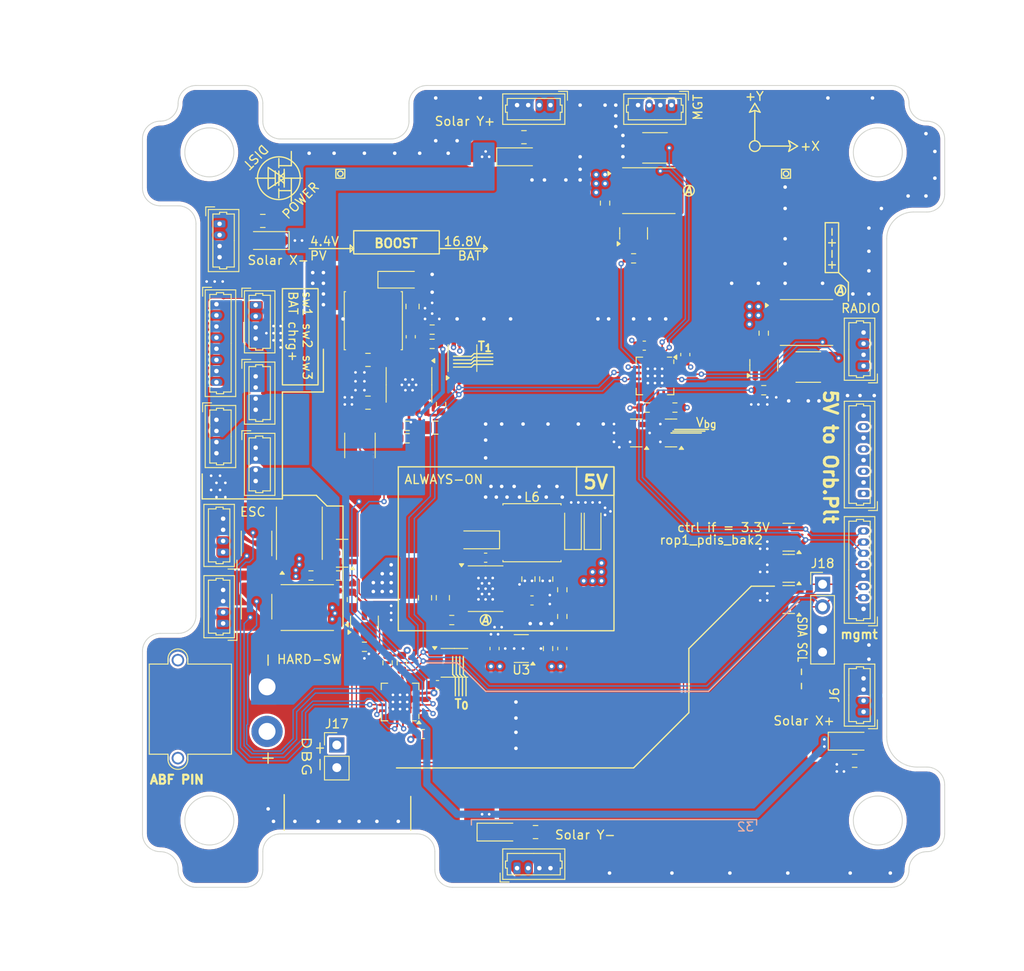
<source format=kicad_pcb>
(kicad_pcb (version 20241229) (generator "pcbnew") (generator_version "9.0")
  (layers (0 "F.Cu" signal) (4 "In1.Cu" signal) (6 "In2.Cu" signal) (2 "B.Cu" signal) (13 "F.Paste" user) (15 "B.Paste" user) (5 "F.SilkS" user "F.Silkscreen") (7 "B.SilkS" user "B.Silkscreen") (1 "F.Mask" user) (3 "B.Mask" user) (25 "Edge.Cuts" user))
  (net 0 "")
  (net 1 "GND")
  (net 2 "/SCS_3-")
  (net 3 "BATPACK_V+")
  (net 4 "/PV1_CHin")
  (net 5 "/PV_BATO+")
  (net 6 "Net-(U1-COMP)")
  (net 7 "Net-(U1-BOOT)")
  (net 8 "Net-(U1-RT{slash}CLK)")
  (net 9 "/5V_ALWAYS_ON+")
  (net 10 "Net-(U1-FB)")
  (net 11 "/pwr0_en")
  (net 12 "Net-(D1-A)")
  (net 13 "Net-(D2-A)")
  (net 14 "Net-(D3-A)")
  (net 15 "Net-(J3-Pin_2)")
  (net 16 "Net-(J10-Pin_1)")
  (net 17 "Net-(J11-Pin_1)")
  (net 18 "Net-(D4-K)")
  (net 19 "/pwr1_en")
  (net 20 "Net-(J10-Pin_3)")
  (net 21 "/SCS_0-")
  (net 22 "Net-(Q7-D)")
  (net 23 "/pwr3_en")
  (net 24 "/SCS_3+")
  (net 25 "/SCS_0+")
  (net 26 "Net-(Q2-D)")
  (net 27 "/SCS_1-")
  (net 28 "/SCS_1+")
  (net 29 "Net-(Q1-D)")
  (net 30 "/SCS_2-")
  (net 31 "/pwr2_en")
  (net 32 "Net-(Q5-D)")
  (net 33 "/SCS_2+")
  (net 34 "ls3v+")
  (net 36 "Net-(U3-EN)")
  (net 37 "/mgmt_sda")
  (net 38 "/mgmt_scl")
  (net 39 "Net-(U5-SW)")
  (net 40 "Net-(U5-BST)")
  (net 41 "Net-(U5-VOUT)")
  (net 43 "Net-(U5-VHOLD)")
  (net 44 "Net-(U5-ISET)")
  (net 45 "/bc_v+")
  (net 46 "Net-(U5-EN{slash}NTC)")
  (net 47 "/ICHRG_S+")
  (net 48 "/bgtemp+")
  (net 49 "/bgtemp-")
  (footprint "Resistor_SMD:R_0603_1608Metric" (layer "F.Cu") (at 87.6 103.3 90)
    (property "Reference" "R3" (hide yes))
    (property "Value" "1k")
  )
  (footprint "Resistor_SMD:R_0603_1608Metric" (layer "F.Cu") (at 109.6 108.8 -90)
    (property "Reference" "R11" (hide yes))
    (property "Value" "100k")
  )
  (footprint "Capacitor_SMD:C_0603_1608Metric" (layer "F.Cu") (at 97.2 112.9 180)
    (property "Reference" "C8" (hide yes))
    (property "Value" "1uF")
  )
  (footprint "Fiducial:Fiducial_1mm_Mask2mm" (layer "F.Cu") (at 134.2 119 90)
    (property "Reference" "FID1" (hide yes))
    (property "Value" "Fiducial")
  )
  (footprint "Resistor_SMD:R_0603_1608Metric" (layer "F.Cu") (at 96.6 74.6)
    (property "Reference" "R23" (hide yes))
    (property "Value" "100k")
  )
  (footprint "Package_SO:SOIC-8-1EP_3.9x4.9mm_P1.27mm_EP2.29x3mm" (layer "F.Cu") (at 102.595 102.08)
    (property "Reference" "U1" (hide yes))
    (property "Value" "AP64350 / AP64352Q")
  )
  (footprint "Capacitor_Tantalum_SMD:CP_EIA-3216-18_Kemet-A_Pad1.58x1.35mm_HandSolder" (layer "F.Cu") (at 114.6 95.2 90)
    (property "Reference" "C6" (hide yes))
    (property "Value" "47uF A")
  )
  (footprint "Capacitor_SMD:C_0805_2012Metric" (layer "F.Cu") (at 94.4 70.4 90)
    (property "Reference" "C15" (hide yes))
    (property "Value" "10uF")
  )
  (footprint "Resistor_SMD:R_0603_1608Metric" (layer "F.Cu") (at 133.8 73.4 -90)
    (property "Reference" "R9" (hide yes))
    (property "Value" "1k")
  )
  (footprint "Package_SO:VSSOP-8_3x3mm_P0.65mm" (layer "F.Cu") (at 100 76.2 90)
    (property "Reference" "U7" (hide yes))
    (property "Value" "TMP1075DGK")
  )
  (footprint "RPRP_neo:PowerPak-SO8-EP-Vishay" (layer "F.Cu") (at 120.91 57.4)
    (property "Reference" "Q4" (hide yes))
    (property "Value" "SQJ479EP")
  )
  (footprint "RPRP_neo:PowerPak-SO8-EP-Vishay" (layer "F.Cu") (at 81.7 95.8575 90)
    (property "Reference" "Q3" (hide yes))
    (property "Value" "SQJ479EP")
  )
  (footprint "Capacitor_SMD:C_0603_1608Metric" (layer "F.Cu") (at 120.4 74.8 180)
    (property "Reference" "C12" (hide yes))
    (property "Value" "1uF")
  )
  (footprint "Diode_SMD:D_SOD-123" (layer "F.Cu") (at 143.4 119.2)
    (property "Reference" "D3" (hide yes))
    (property "Value" "1n5819hw")
  )
  (footprint "Package_TO_SOT_SMD:SOT-23" (layer "F.Cu") (at 123.4 84.6 180)
    (property "Reference" "Q9" (hide yes))
    (property "Value" "MMBT3906")
  )
  (footprint "Resistor_SMD:R_0603_1608Metric" (layer "F.Cu") (at 111.2 102.2 -90)
    (property "Reference" "R14" (hide yes))
    (property "Value" "115k")
  )
  (footprint "Resistor_SMD:R_0603_1608Metric" (layer "F.Cu") (at 93.8 83.8 180)
    (property "Reference" "R17" (hide yes))
    (property "Value" "33k")
  )
  (footprint "Capacitor_SMD:C_0805_2012Metric" (layer "F.Cu") (at 144 121.4)
    (property "Reference" "C4" (hide yes))
    (property "Value" "10uF")
  )
  (footprint "Connector_Molex:Molex_PicoBlade_53047-0410_1x04_P1.25mm_Vertical" (layer "F.Cu") (at 73.15 105.975 90)
    (property "Reference" "J15" (hide yes))
    (property "Value" "picoblade_1x4")
  )
  (footprint "Connector_Molex:Molex_PicoBlade_53047-0810_1x08_P1.25mm_Vertical" (layer "F.Cu") (at 145 104.35 90)
    (property "Reference" "J13" (hide yes))
    (property "Value" "mgmt_if")
  )
  (footprint "Capacitor_SMD:C_0805_2012Metric" (layer "F.Cu") (at 77.6 60.8 180)
    (property "Reference" "C2" (hide yes))
    (property "Value" "10uF")
  )
  (footprint "Resistor_SMD:R_0603_1608Metric" (layer "F.Cu") (at 123.8375 81.75 180)
    (property "Reference" "R25" (hide yes))
    (property "Value" "100k")
  )
  (footprint "Resistor_SMD:R_1812_4532Metric" (layer "F.Cu") (at 88.5 86 90)
    (property "Reference" "R24" (hide yes))
    (property "Value" "20mili")
  )
  (footprint "Resistor_SMD:R_0603_1608Metric" (layer "F.Cu") (at 116 58.8 -90)
    (property "Reference" "R6" (hide yes))
    (property "Value" "1k")
  )
  (footprint "Connector_Molex:Molex_PicoBlade_53047-0410_1x04_P1.25mm_Vertical" (layer "F.Cu") (at 76.8 78.25 -90)
    (property "Reference" "J9" (hide yes))
    (property "Value" "bsw2")
  )
  (footprint "Inductor_SMD:L_APV_ANR6020" (layer "F.Cu") (at 90 72 -90)
    (property "Reference" "L1" (hide yes))
    (property "Value" "10uH")
  )
  (footprint "Resistor_SMD:R_1812_4532Metric" (layer "F.Cu") (at 76.9 97 -90)
    (property "Reference" "R5" (hide yes))
    (property "Value" "20mili")
  )
  (footprint "Capacitor_SMD:C_0805_2012Metric" (layer "F.Cu") (at 108.2 129.4 180)
    (property "Reference" "C3" (hide yes))
    (property "Value" "10uF")
  )
  (footprint "Connector_PinHeader_2.54mm:PinHeader_1x04_P2.54mm_Vertical" (layer "F.Cu") (at 140.4 101.58)
    (property "Reference" "J18")
    (property "Value" "Conn_01x04")
  )
  (footprint "Package_TO_SOT_SMD:SOT-23" (layer "F.Cu") (at 136.6 96.3 180)
    (property "Reference" "D8" (hide yes))
    (property "Value" "SM712_SOT23")
  )
  (footprint "Resistor_SMD:R_0603_1608Metric" (layer "F.Cu") (at 98.8 105.6)
    (property "Reference" "R13" (hide yes))
    (property "Value" "100k")
  )
  (footprint "Connector_Molex:Molex_PicoBlade_53047-0410_1x04_P1.25mm_Vertical" (layer "F.Cu") (at 123.45 47.8 180)
    (property "Reference" "J12" (hide yes))
    (property "Value" "picoblade_1x4")
  )
  (footprint "Package_TO_SOT_SMD:SOT-23" (layer "F.Cu") (at 136.6 99.8 180)
    (property "Reference" "D7" (hide yes))
    (property "Value" "SM712_SOT23")
  )
  (footprint "Connector_Molex:Molex_PicoBlade_53047-0410_1x04_P1.25mm_Vertical" (layer "F.Cu") (at 145 77.075 90)
    (property "Reference" "J16" (hide yes))
    (property "Value" "picoblade_1x4")
  )
  (footprint "Capacitor_SMD:C_0603_1608Metric" (layer "F.Cu") (at 102.6 98.6 180)
    (property "Reference" "C28" (hide yes))
    (property "Value" "1uF")
  )
  (footprint "Capacitor_SMD:C_0603_1608Metric" (layer "F.Cu") (at 125 75.8 -90)
    (property "Reference" "C11" (hide yes))
    (property "Value" "1uF")
  )
  (footprint "Package_TO_SOT_SMD:SOT-23-5" (layer "F.Cu") (at 106.6 108.8 180)
    (property "Reference" "U3")
    (property "Value" "LP5907MFX-3.3")
  )
  (footprint "Resistor_SMD:R_0603_1608Metric" (layer "F.Cu") (at 119.2 65 180)
    (property "Reference" "R4" (hide yes))
    (property "Value" "1k")
  )
  (footprint "Capacitor_SMD:C_0805_2012Metric" (layer "F.Cu") (at 95.8 103.1 90)
    (property "Reference" "C26" (hide yes))
    (property "Value" "10uF")
  )
  (footprint "Resistor_SMD:R_0603_1608Metric" (layer "F.Cu") (at 96.6 73 180)
    (property "Reference" "R21" (hide yes))
    (property "Value" "100k")
  )
  (footprint "Diode_SMD:D_SOD-123" (layer "F.Cu") (at 78.2 63 180)
    (property "Reference" "D1" (hide yes))
    (property "Value" "1n5819hw")
  )
  (footprint "Diode_SMD:D_SOD-123" (layer "F.Cu") (at 106.2 53.6)
    (property "Reference" "D5" (hide yes))
    (property "Value" "1n5819hw")
  )
  (footprint "Package_TO_SOT_SMD:SOT-23" (layer "F.Cu") (at 136.6 103.3 180)
    (property "Reference" "D6" (hide yes))
    (property "Value" "SM712_SOT23")
  )
  (footprint "Connector_Molex:Molex_PicoBlade_53047-0410_1x04_P1.25mm_Vertical" (layer "F.Cu") (at 72.4 83.125 -90)
    (property "Reference" "J11" (hide yes))
    (property "Value" "ground_charge")
  )
  (footprint "Package_TO_SOT_SMD:SOT-23" (layer "F.Cu") (at 86.5 98.1 180)
    (property "Reference" "Q2" (hide yes))
    (property "Value" "2N7002E")
  )
  (footprint "Resistor_SMD:R_0603_1608Metric" (layer "F.Cu") (at 91.6 110.4 -90)
    (property "Reference" "R12" (hide yes))
    (property "Value" "22k")
  )
  (footprint "Fiducial:Fiducial_1mm_Mask2mm" (layer "F.Cu") (at 75.2 56.6)
    (property "Reference" "FID2" (hide yes))
    (property "Value" "Fiducial")
  )
  (footprint "Connector_Molex:Molex_PicoBlade_53047-0410_1x04_P1.25mm_Vertical" (layer "F.Cu") (at 73.15 97.975 90)
    (property "Reference" "J2" (hide yes))
    (property "Value" "picoblade_1x4")
  )
  (footprint "Package_DFN_QFN:QFN-16-1EP_4x4mm_P0.65mm_EP2.5x2.5mm" (layer "F.Cu") (at 121.6 78.2 -90)
    (property "Reference" "U4" (hide yes))
    (property "Value" "INA3221")
  )
  (footprint "Connector_AMASS:AMASS_XT30PW-M_1x02_P2.50mm_Horizontal" (layer "F.Cu") (at 78.075 113.1 90)
    (property "Reference" "J14" (hide yes))
    (property "Value" "xt30_2x")
  )
  (footprint "Resistor_SMD:R_0603_1608Metric" (layer "F.Cu") (at 120.7375 81.75)
    (property "Reference" "R26" (hide yes))
    (property "Value" "1meg")
  )
  (footprint "Resistor_SMD:R_0603_1608Metric" (layer "F.Cu") (at 83 100.6)
    (property "Reference" "R18" (hide yes))
    (property "Value" "1k")
  )
  (footprint "Capacitor_Tantalum_SMD:CP_EIA-3216-18_Kemet-A_Pad1.58x1.35mm_HandSolder" (layer "F.Cu") (at 112.4 95.2 90)
    (property "Reference" "C5" (hide yes))
    (property "Value" "47uF A")
  )
  (footprint "Capacitor_SMD:C_0805_2012Metric" (layer "F.Cu") (at 109.4 101 90)
    (property "Reference" "C30" (hide yes))
    (property "Value" "10uF")
  )
  (footprint "Inductor_SMD:L_APV_ANR6020" (layer "F.Cu") (at 107.8 95.8)
    (property "Reference" "L6")
    (property "Value" "10uH")
  )
  (footprint "Resistor_SMD:R_0603_1608Metric" (layer "F.Cu") (at 111.2 105.2 -90)
    (property "Reference" "R15" (hide yes))
    (property "Value" "22k")
  )
  (footprint "Connector_Molex:Molex_PicoBlade_53047-0410_1x04_P1.25mm_Vertical" (layer "F.Cu") (at 109.875 47.8 180)
    (property "Reference" "J7" (hide yes))
    (property "Value" "picoblade_1x4")
  )
  (footprint "Connector_Molex:Molex_PicoBlade_53047-0810_1x08_P1.25mm_Vertical" (layer "F.Cu") (at 145 91.4 90)
    (property "Reference" "J1" (hide yes))
    (property "Value" "mnt_fltctrl")
  )
  (footprint "Capacitor_SMD:C_0805_2012Metric" (layer "F.Cu") (at 97 84 180)
    (property "Reference" "C17" (hide yes))
    (property "Value" "10uF")
  )
  (footprint "Resistor_SMD:R_0603_1608Metric" (layer "F.Cu") (at 133.8 79.8 180)
    (property "Reference" "R8" (hide yes))
    (property "Value" "1k")
  )
  (footprint "Capacitor_SMD:C_0805_2012Metric" (layer "F.Cu") (at 106.9 51.4)
    (property "Reference" "C1" (hide yes))
    (property "Value" "10uF")
  )
  (footprint "Connector_Molex:Molex_PicoBlade_53047-0810_1x08_P1.25mm_Vertical" (layer "F.Cu") (at 72.4 70.15 -90)
    (property "Reference" "J3" (hide yes))
    (property "Value" "Conn_01x08_MountingPin")
  )
  (footprint "Capacitor_SMD:C_0805_2012Metric" (layer "F.Cu") (at 97.8 103.1 90)
    (property "Reference" "C25" (hide yes))
    (property "Value" "10uF")
  )
  (footprint "Resistor_SMD:R_0603_1608Metric" (layer "F.Cu") (at 89 108.6 180)
    (property "Reference" "R2" (hide yes))
    (property "Value" "1k")
  )
  (footprint "Capacitor_Tantalum_SMD:CP_EIA-3216-18_Kemet-A_Pad1.58x1.35mm_HandSolder" (layer "F.Cu") (at 93 67.4)
    (property "Reference" "C18" (hide yes))
    (property "Value" "47uF A")
  )
  (footprint "Capacitor_SMD:C_0603_1608Metric" (layer "F.Cu") (at 94.2 73.8 90)
    (property "Reference" "C13" (hide yes))
    (property "Value" "1uF")
  )
  (footprint "Resistor_SMD:R_0603_1608Metric" (layer "F.Cu") (at 93.2 110.4 -90)
    (property "Reference" "R16" (hide yes))
    (property "Value" "22k")
  )
  (footprint "Resistor_SMD:R_0603_1608Metric" (layer "F.Cu") (at 93.8 85.2)
    (property "Reference" "R20" (hide yes))
    (property "Value" "10k")
  )
  (footprint "Package_TO_SOT_SMD:SOT-23" (layer "F.Cu") (at 119.5 84.6 180)
    (property "Reference" "Q10" (hide yes))
    (property "Value" "MMBT3906")
  )
  (footprint "Diode_SMD:D_SOD-123" (layer "F.Cu") (at 104 129.4)
    (property "Reference" "D2" (hide yes))
    (property "Value" "1n5819hw")
  )
  (footprint "Capacitor_SMD:C_0805_2012Metric" (layer "F.Cu") (at 89.4 81.2)
    (property "Reference" "C16" (hide yes))
    (property "Value" "10uF")
  )
  (footprint "Capacitor_SMD:C_0603_1608Metric" (layer "F.Cu") (at 111.2 108.8 -90)
    (property "Reference" "C9" (hide yes))
    (property "Value" "1uF")
  )
  (footprint "Capacitor_SMD:C_0805_2012Metric" (layer "F.Cu") (at 89.4 76.4)
    (property "Reference" "C14" (hide yes))
    (property "Value" "10uF")
  )
  (footprint "Resistor_SMD:R_0603_1608Metric" (layer "F.Cu") (at 97.6 81.4 -90)
    (property "Reference" "R22" (hide yes))
    (property "Value" "5.1k")
  )
  (footprint "RPRP_neo:PowerPak-SO8-EP-Vishay" (layer "F.Cu") (at 82.59 104.2 180)
    (property "Reference" "Q6" (hide yes))
    (property "Value" "SQJ479EP")
  )
  (footprint "Package_SO:SSOP-10-1EP_3.9x4.9mm_P1mm_EP2.1x3.3mm" (layer "F.Cu") (at 94 79.2 -90)
    (property "Reference" "U5" (hide yes))
    (property "Value" "LGS5524")
  )
  (footprint "Package_TO_SOT_SMD:SOT-23" (layer "F.Cu") (at 89 105.8 90)
    (property "Reference" "Q5" (hide yes))
    (property "Value" "2N7002E")
  )
  (footprint "Connector_Molex:Molex_PicoBlade_53047-0410_1x04_P1.25mm_Vertical" (layer "F.Cu") (at 72.75 61.125 -90)
    (property "Reference" "J4" (hide yes))
    (property "Value" "picoblade_1x4")
  )
  (footprint "Connector_Molex:Molex_PicoBlade_53047-0410_1x04_P1.25mm_Vertical" (layer "F.Cu") (at 76.8 70.25 -90)
    (property "Reference" "J8" (hide yes))
    (property "Value" "bsw1")
  )
  (footprint "Package_SO:VSSOP-8_3x3mm_P0.65mm" (layer "F.Cu") (at 99.1 110.4)
    (property "Reference" "U6" (hide yes))
    (property "Value" "TMP1075DGK")
  )
  (footprint "Diode_SMD:D_SOD-123" (layer "F.Cu") (at 101.8 96.6 180)
    (property "Reference" "D4" (hide yes))
    (property "Value" "1n5819hw")
  )
  (footprint "Resistor_SMD:R_0603_1608Metric" (layer "F.Cu") (at 86.1 100.6)
    (property "Reference" "R19" (hide yes))
    (property "Value" "1k")
  )
  (footprint "RPRP_neo:PowerPak-SO8-EP-Vishay" (layer "F.Cu") (at 138.6 72.2)
    (property "Reference" "Q8" (hide yes))
    (property "Value" "SQJ479EP")
  )
  (footprint "Connector_Molex:Molex_PicoBlade_53047-0410_1x04_P1.25mm_Vertical" (layer "F.Cu") (at 145 115.9 90)
    (property "Reference" "J6")
    (property "Value" "picoblade_1x4")
  )
  (footprint "Connector_Molex:Molex_PicoBlade_53047-0410_1x04_P1.25mm_Vertical" (layer "F.Cu") (at 106.125 133.45)
    (property "Reference" "J5" (hide yes))
    (property "Value" "picoblade_1x4")
  )
  (footprint "Package_TO_SOT_SMD:SOT-23" (layer "F.Cu") (at 119.2 62.2 90)
    (property "Reference" "Q1" (hide yes))
    (property "Value" "2N7002E")
  )
  (footprint "Resistor_SMD:R_1812_4532Metric" (layer "F.Cu") (at 138.8 77.2)
    (property "Reference" "R10" (hide yes))
    (property "Value" "20mili")
  )
  (footprint "Package_TO_SOT_SMD:SOT-23" (layer "F.Cu") (at 133.8 77 90)
    (property "Reference" "Q7" (hide yes))
    (property "Value" "2N7002E")
  )
  (footprint "Connector_PinHeader_2.54mm:PinHeader_1x02_P2.54mm_Vertical" (layer "F.Cu") (at 85.9 119.625)
    (property "Reference" "J17")
    (property "Value" "test_DNP")
  )
  (footprint "Capacitor_SMD:C_0603_1608Metric" (layer "F.Cu") (at 103.6 108.8 -90)
    (property "Reference" "C10" (hide yes))
    (property "Value" "1uF")
  )
  (footprint "Capacitor_SMD:C_0603_1608Metric" (layer "F.Cu") (at 95.6 118.4 180)
    (property "Reference" "C7" (hide yes))
    (property "Value" "1uF")
  )
  (footprint "Connector_Molex:Molex_PicoBlade_53047-0410_1x04_P1.25mm_Vertical" (layer "F.Cu") (at 76.8 86.25 -90)
    (property "Reference" "J10" (hide yes))
    (property "Value" "bsw3")
  )
  (footprint "Resistor_SMD:R_1812_4532Metric" (layer "F.Cu") (at 76.9 104.1 -90)
    (property "Reference" "R7" (hide yes))
    (property "Value" "20mili")
  )
  (footprint "Capacitor_SMD:C_0805_2012Metric" (layer "F.Cu") (at 107.4 101 90)
    (property "Reference" "C29" (hide yes))
    (property "Value" "10uF")
  )
  (footprint "Capacitor_SMD:C_0603_1608Metric" (layer "F.Cu") (at 107.8 103.4 180)
    (property "Reference" "C27" (hide yes))
    (property "Value" "10nF")
  )
  (footprint "Package_DFN_QFN:QFN-16-1EP_4x4mm_P0.65mm_EP2.5x2.5mm" (layer "F.Cu") (at 93 114.8 180)
    (property "Reference" "U2" (hide yes))
    (property "Value" "INA3221")
  )
  (footprint "Resistor_SMD:R_1812_4532Metric" (layer "F.Cu") (at 121.6 52.6)
    (property "Reference" "R1" (hide yes))
    (property "Value" "20mili")
  )
  (gr_line (start 99.7 111.7) (end 100 112) (stroke (width 0.15)) (layer "F.SilkS"))
  (gr_line (start 132.8 48.4) (end 132.8 51.8) (stroke (width 0.15)) (layer "F.SilkS"))
  (gr_line (start 98.9 111.7) (end 99.2 112) (stroke (width 0.15)) (layer "F.SilkS"))
  (gr_line (start 125.4 116) (end 125.4 108.8) (stroke (width 0.15)) (layer "F.SilkS"))
  (gr_line (start 80.6 57.4) (end 80.8 57.4) (stroke (width 0.15)) (layer "F.SilkS"))
  (gr_line (start 87.4 63.5) (end 87.4 64.3) (stroke (width 0.15)) (layer "F.SilkS"))
  (gr_line (start 80 125.2) (end 80 129.2) (stroke (width 0.15)) (layer "F.SilkS"))
  (gr_line (start 132.8 48.4) (end 132.2 48.6) (stroke (width 0.15)) (layer "F.SilkS"))
  (gr_line (start 99.3 109.7) (end 99.3 111.7) (stroke (width 0.15)) (layer "F.SilkS"))
  (gr_line (start 80.8 56) (end 82 56) (stroke (width 0.15)) (layer "F.SilkS"))
  (gr_rect (start 79.8 68.4) (end 83.8 79.2) (stroke (width 0.15)) (fill no) (layer "F.SilkS"))
  (gr_rect (start 135.8 55) (end 136.8 56) (stroke (width 0.15)) (fill no) (layer "F.SilkS"))
  (gr_rect (start 87.8 61.9) (end 97.4 64.5) (stroke (width 0.15)) (fill no) (layer "F.SilkS"))
  (gr_line (start 79.4 56) (end 80 55.4) (stroke (width 0.15)) (layer "F.SilkS"))
  (gr_line (start 143.3 67.7) (end 143.3 69.8) (stroke (width 0.15)) (layer "F.SilkS"))
  (gr_line (start 136.8 52.4) (end 136.6 51.8) (stroke (width 0.15)) (layer "F.SilkS"))
  (gr_line (start 101.3 76.1) (end 103.4 76.1) (stroke (width 0.15)) (layer "F.SilkS"))
  (gr_line (start 86.6 92.8) (end 84.8 92.8) (stroke (width 0.15)) (layer "F.SilkS"))
  (gr_line (start 79.8 92) (end 79.8 80) (stroke (width 0.15)) (layer "F.SilkS"))
  (gr_line (start 102.8 63.9) (end 102.4 63.5) (stroke (width 0.15)) (layer "F.SilkS"))
  (gr_line (start 136.6 53) (end 136.8 52.4) (stroke (width 0.15)) (layer "F.SilkS"))
  (gr_rect (start 112.8 88.4) (end 117 91.6) (stroke (width 0.15)) (fill no) (layer "F.SilkS"))
  (gr_line (start 86.6 106.4) (end 86.6 92.8) (stroke (width 0.15)) (layer "F.SilkS"))
  (gr_line (start 70.8 89.2) (end 70.8 92) (stroke (width 0.15)) (layer "F.SilkS"))
  (gr_line (start 80.8 54.6) (end 80.8 53) (stroke (width 0.15)) (layer "F.SilkS"))
  (gr_line (start 99.3 111.7) (end 99.6 112) (stroke (width 0.15)) (layer "F.SilkS"))
  (gr_line (start 100 112) (end 100 114.1) (stroke (width 0.15)) (layer "F.SilkS"))
  (gr_circle (center 86.3 55.5) (end 86 55.5) (stroke (width 0.15)) (fill no) (layer "F.SilkS"))
  (gr_line (start 99.7 109.7) (end 99.7 111.7) (stroke (width 0.15)) (layer "F.SilkS"))
  (gr_line (start 78.2 54.8) (end 80 56) (stroke (width 0.15)) (layer "F.SilkS"))
  (gr_line (start 101 76.8) (end 101.3 76.5) (stroke (width 0.15)) (layer "F.SilkS"))
  (gr_line (start 101.3 75.7) (end 103.4 75.7) (stroke (width 0.15)) (layer "F.SilkS"))
  (gr_line (start 99.6 112) (end 99.6 114.1) (stroke (width 0.15)) (layer "F.SilkS"))
  (gr_line (start 83.6 91.6) (end 79.8 91.6) (stroke (width 0.15)) (layer "F.SilkS"))
  (gr_circle (center 132.8 52.4) (end 132.8 51.8) (stroke (width 0.15)) (fill no) (layer "F.SilkS"))
  (gr_line (start 87.8 63.9) (end 82.8 63.9) (stroke (width 0.15)) (layer "F.SilkS"))
  (gr_circle (center 136.3 55.5) (end 136 55.5) (stroke (width 0.15)) (fill no) (layer "F.SilkS"))
  (gr_line (start 125.4 108.8) (end 132.4 101.8) (stroke (width 0.15)) (layer "F.SilkS"))
  (gr_line (start 136.6 51.8) (end 137.6 52.4) (stroke (width 0.15)) (layer "F.SilkS"))
  (gr_line (start 78.4 56) (end 76.8 56) (stroke (width 0.15)) (layer "F.SilkS"))
  (gr_line (start 78.4 56) (end 79 56) (stroke (width 0.15)) (layer "F.SilkS"))
  (gr_circle (center 125.4 57.4) (end 126 57.4) (stroke (width 0.15)) (fill no) (layer "F.SilkS"))
  (gr_line (start 79.4 57.2) (end 79.4 58.2) (stroke (width 0.15)) (layer "F.SilkS"))
  (gr_line (start 79 55.2) (end 79 56.8) (stroke (width 0.15)) (layer "F.SilkS"))
  (gr_line (start 97.4 63.9) (end 102.8 63.9) (stroke (width 0.15)) (layer "F.SilkS"))
  (gr_line (start 79.4 53.8) (end 79.4 54.8) (stroke (width 0.15)) (layer "F.SilkS"))
  (gr_line (start 123.4 84.6) (end 126.8 84.6) (stroke (width 0.15)) (layer "F.SilkS"))
  (gr_line (start 137.6 52.4) (end 136.6 53) (stroke (width 0.15)) (layer "F.SilkS"))
  (gr_line (start 142.2 66.6) (end 143.3 67.7) (stroke (width 0.15)) (layer "F.SilkS"))
  (gr_line (start 100.1 111.7) (end 100.4 112) (stroke (width 0.15)) (layer "F.SilkS"))
  (gr_line (start 101.3 76.5) (end 103.4 76.5) (stroke (width 0.15)) (layer "F.SilkS"))
  (gr_line (start 80 56) (end 80.8 56) (stroke (width 0.15)) (layer "F.SilkS"))
  (gr_circle (center 79.4 56) (end 81.8 56) (stroke (width 0.15)) (fill no) (layer "F.SilkS"))
  (gr_line (start 87.4 64.3) (end 87.8 63.9) (stroke (width 0.15)) (layer "F.SilkS"))
  (gr_rect (start 140.7 61) (end 142.2 66.6) (stroke (width 0.15)) (fill no) (layer "F.SilkS"))
  (gr_line (start 100.1 109.7) (end 100.1 111.7) (stroke (width 0.15)) (layer "F.SilkS"))
  (gr_line (start 102.4 64.3) (end 102.8 63.9) (stroke (width 0.15)) (layer "F.SilkS"))
  (gr_line (start 99 76) (end 101 76) (stroke (width 0.15)) (layer "F.SilkS"))
  (gr_line (start 123.8 84.2) (end 127.6 84.2) (stroke (width 0.15)) (layer "F.SilkS"))
  (gr_line (start 79.4 54.6) (end 80.8 54.6) (stroke (width 0.15)) (layer "F.SilkS"))
  (gr_line (start 79.4 56) (end 80 56.6) (stroke (width 0.15)) (layer "F.SilkS"))
  (gr_line (start 123.6 84.4) (end 127.2 84.4) (stroke (width 0.15)) (layer "F.SilkS"))
  (gr_line (start 80.8 56) (end 80.8 58.6) (stroke (width 0.15)) (layer "F.SilkS"))
  (gr_line (start 87.8 63.9) (end 87.4 63.5) (stroke (width 0.15)) (layer "F.SilkS"))
  (gr_line (start 119.2 122.2) (end 125.4 116) (stroke (width 0.15)) (layer "F.SilkS"))
  (gr_rect (start 92.8 88.4) (end 117 106.8) (stroke (width 0.15)) (fill no) (layer "F.SilkS"))
  (gr_line (start 80 56.6) (end 80 55.4) (stroke (width 0.15)) (layer "F.SilkS"))
  (gr_line (start 102.4 63.5) (end 102.4 64.3) (stroke (width 0.15)) (layer "F.SilkS"))
  (gr_line (start 78.2 54.8) (end 78.2 57.2) (stroke (width 0.15)) (layer "F.SilkS"))
  (gr_line (start 101 76) (end 101.3 75.7) (stroke (width 0.15)) (layer "F.SilkS"))
  (gr_line (start 99 76.8) (end 101 76.8) (stroke (width 0.15)) (layer "F.SilkS"))
  (gr_line (start 84.4 80) (end 84.4 75.2) (stroke (width 0.15)) (layer "F.SilkS"))
  (gr_line (start 70.8 92) (end 79.8 92) (stroke (width 0.15)) (layer "F.SilkS"))
  (gr_line (start 79.8 80) (end 84.4 80) (stroke (width 0.15)) (layer "F.SilkS"))
  (gr_line (start 133.4 48.6) (end 132.8 48.4) (stroke (width 0.15)) (layer "F.SilkS"))
  (gr_line (start 80 55) (end 80 57) (stroke (width 0.15)) (layer "F.SilkS"))
  (gr_line (start 92.6 122.2) (end 119.2 122.2) (stroke (width 0.15)) (layer "F.SilkS"))
  (gr_line (start 101.3 76.9) (end 103.4 76.9) (stroke (width 0.15)) (layer "F.SilkS"))
  (gr_line (start 132.4 101.8) (end 135 101.8) (stroke (width 0.15)) (layer "F.SilkS"))
  (gr_line (start 136.8 52.4) (end 133.4 52.4) (stroke (width 0.15)) (layer "F.SilkS"))
  (gr_line (start 132.8 47.6) (end 133.4 48.6) (stroke (width 0.15)) (layer "F.SilkS"))
  (gr_line (start 99 77.2) (end 101 77.2) (stroke (width 0.15)) (layer "F.SilkS"))
  (gr_line (start 101 77.2) (end 101.3 76.9) (stroke (width 0.15)) (layer "F.SilkS"))
  (gr_line (start 100.4 112) (end 100.4 114.1) (stroke (width 0.15)) (layer "F.SilkS"))
  (gr_line (start 98.9 109.7) (end 98.9 111.7) (stroke (width 0.15)) (layer "F.SilkS"))
  (gr_line (start 99 76.4) (end 101 76.4) (stroke (width 0.15)) (layer "F.SilkS"))
  (gr_line (start 101 76.4) (end 101.3 76.1) (stroke (width 0.15)) (layer "F.SilkS"))
  (gr_circle (center 102.6 105.6) (end 103.2 105.6) (stroke (width 0.15)) (fill no) (layer "F.SilkS"))
  (gr_circle (center 142.4 68.6) (end 143 68.6) (stroke (width 0.15)) (fill no) (layer "F.SilkS"))
  (gr_line (start 78.2 57.2) (end 80 56) (stroke (width 0.15)) (layer "F.SilkS"))
  (gr_line (start 99.2 112) (end 99.2 114.1) (stroke (width 0.15)) (layer "F.SilkS"))
  (gr_line (start 79.4 57.4) (end 80.6 57.4) (stroke (width 0.15)) (layer "F.SilkS"))
  (gr_line (start 79.4 55.2) (end 79.4 56.8) (stroke (width 0.15)) (layer "F.SilkS"))
  (gr_line (start 132.2 48.6) (end 132.8 47.6) (stroke (width 0.15)) (layer "F.SilkS"))
  (gr_line (start 94.2 129.2) (end 94.2 125.4) (stroke (width 0.15)) (layer "F.SilkS"))
  (gr_line (start 84.8 92.8) (end 83.6 91.6) (stroke (width 0.15)) (layer "F.SilkS"))
  (gr_rect (start 85.8 55) (end 86.8 56) (stroke (width 0.15)) (fill no) (layer "F.SilkS"))
  (gr_line (start 96 110.4) (end 99.4 110.4) (stroke (width 0.15)) (layer "B.SilkS"))
  (gr_line (start 133 128) (end 133 128.6) (stroke (width 0.15)) (layer "B.SilkS"))
  (gr_line (start 133 128) (end 101 128) (stroke (width 0.15)) (layer "B.SilkS"))
  (gr_line (start 101 128) (end 101 128.6) (stroke (width 0.15)) (layer "B.SilkS"))
  (gr_line (start 127.6 113.6) (end 137.8 103.4) (stroke (width 0.15)) (layer "B.SilkS"))
  (gr_line (start 102.6 113.6) (end 127.6 113.6) (stroke (width 0.15)) (layer "B.SilkS"))
  (gr_line (start 99.4 110.4) (end 102.6 113.6) (stroke (width 0.15)) (layer "B.SilkS"))
  (gr_arc (start 148.1 45.6) (mid 149.514214 46.185786) (end 150.1 47.6) (stroke (width 0.1)) (layer "Edge.Cuts"))
  (gr_line (start 94 49.6) (end 94 47.6) (stroke (width 0.1)) (layer "Edge.Cuts"))
  (gr_arc (start 152.1 122.1) (mid 153.514214 122.685786) (end 154.1 124.1) (stroke (width 0.1)) (layer "Edge.Cuts"))
  (gr_line (start 96 45.6) (end 148.1 45.6) (stroke (width 0.1)) (layer "Edge.Cuts"))
  (gr_line (start 154.1 129.6) (end 154.1 124.1) (stroke (width 0.1)) (layer "Edge.Cuts"))
  (gr_line (start 70.1 45.6) (end 75.6 45.6) (stroke (width 0.1)) (layer "Edge.Cuts"))
  (gr_arc (start 64.1 51.6) (mid 64.685786 50.185786) (end 66.1 49.6) (stroke (width 0.1)) (layer "Edge.Cuts"))
  (gr_arc (start 98.9 135.6) (mid 97.485786 135.014214) (end 96.9 133.6) (stroke (width 0.1)) (layer "Edge.Cuts"))
  (gr_line (start 68.1 59.1) (end 66.1 59.1) (stroke (width 0.1)) (layer "Edge.Cuts"))
  (gr_arc (start 77.6 133.6) (mid 77.014214 135.014214) (end 75.6 135.6) (stroke (width 0.1)) (layer "Edge.Cuts"))
  (gr_arc (start 77.6 131.6) (mid 78.185786 130.185786) (end 79.6 129.6) (stroke (width 0.1)) (layer "Edge.Cuts"))
  (gr_arc (start 70.1 105.1) (mid 69.514214 106.514214) (end 68.1 107.1) (stroke (width 0.1)) (layer "Edge.Cuts"))
  (gr_arc (start 66.1 131.6) (mid 67.514214 132.185786) (end 68.1 133.6) (stroke (width 0.1)) (layer "Edge.Cuts"))
  (gr_arc (start 94 49.6) (mid 93.414214 51.014214) (end 92 51.6) (stroke (width 0.1)) (layer "Edge.Cuts"))
  (gr_arc (start 70.1 135.6) (mid 68.685786 135.014214) (end 68.1 133.6) (stroke (width 0.1)) (layer "Edge.Cuts"))
  (gr_circle (center 71.6 128.1) (end 74.35 128.1) (stroke (width 0.1)) (fill no) (layer "Edge.Cuts"))
  (gr_line (start 79.6 129.6) (end 94.9 129.6) (stroke (width 0.1)) (layer "Edge.Cuts"))
  (gr_circle (center 71.6 53.1) (end 74.35 53.1) (stroke (width 0.1)) (fill no) (layer "Edge.Cuts"))
  (gr_arc (start 79.6 51.6) (mid 78.185786 51.014214) (end 77.6 49.6) (stroke (width 0.1)) (layer "Edge.Cuts"))
  (gr_line (start 64.1 51.6) (end 64.1 57.1) (stroke (width 0.1)) (layer "Edge.Cuts"))
  (gr_circle (center 146.6 53.1) (end 143.85 53.1) (stroke (width 0.1)) (fill no) (layer "Edge.Cuts"))
  (gr_arc (start 151 122.1) (mid 148.595837 121.104163) (end 147.6 118.7) (stroke (width 0.1)) (layer "Edge.Cuts"))
  (gr_arc (start 66.1 59.1) (mid 64.685786 58.514214) (end 64.1 57.1) (stroke (width 0.1)) (layer "Edge.Cuts"))
  (gr_line (start 152.1 59.8) (end 150.6 59.8) (stroke (width 0.1)) (layer "Edge.Cuts"))
  (gr_line (start 152.1 122.1) (end 151 122.1) (stroke (width 0.1)) (layer "Edge.Cuts"))
  (gr_line (start 96.9 131.6) (end 96.9 133.6) (stroke (width 0.1)) (layer "Edge.Cuts"))
  (gr_arc (start 152.1 49.6) (mid 150.685786 49.014214) (end 150.1 47.6) (stroke (width 0.1)) (layer "Edge.Cuts"))
  (gr_arc (start 68.1 47.6) (mid 67.514214 49.014214) (end 66.1 49.6) (stroke (width 0.1)) (layer "Edge.Cuts"))
  (gr_arc (start 64.1 109.1) (mid 64.685786 107.685786) (end 66.1 107.1) (stroke (width 0.1)) (layer "Edge.Cuts"))
  (gr_arc (start 147.6 62.8) (mid 148.47868 60.67868) (end 150.6 59.8) (stroke (width 0.1)) (layer "Edge.Cuts"))
  (gr_line (start 77.6 131.6) (end 77.6 133.6) (stroke (width 0.1)) (layer "Edge.Cuts"))
  (gr_line (start 77.6 49.6) (end 77.6 47.6) (stroke (width 0.1)) (layer "Edge.Cuts"))
  (gr_arc (start 152.1 49.6) (mid 153.514214 50.185786) (end 154.1 51.6) (stroke (width 0.1)) (layer "Edge.Cuts"))
  (gr_line (start 98.9 135.6) (end 148.1 135.6) (stroke (width 0.1)) (layer "Edge.Cuts"))
  (gr_arc (start 75.6 45.6) (mid 77.014214 46.185786) (end 77.6 47.6) (stroke (width 0.1)) (layer "Edge.Cuts"))
  (gr_line (start 68.1 107.1) (end 66.1 107.1) (stroke (width 0.1)) (layer "Edge.Cuts"))
  (gr_line (start 70.1 135.6) (end 75.6 135.6) (stroke (width 0.1)) (layer "Edge.Cuts"))
  (gr_arc (start 68.1 47.6) (mid 68.685786 46.185786) (end 70.1 45.6) (stroke (width 0.1)) (layer "Edge.Cuts"))
  (gr_arc (start 66.1 131.6) (mid 64.685786 131.014214) (end 64.1 129.6) (stroke (width 0.1)) (layer "Edge.Cuts"))
  (gr_arc (start 154.1 57.8) (mid 153.514214 59.214214) (end 152.1 59.8) (stroke (width 0.1)) (layer "Edge.Cuts"))
  (gr_arc (start 94.9 129.6) (mid 96.314214 130.185786) (end 96.9 131.6) (stroke (width 0.1)) (layer "Edge.Cuts"))
  (gr_arc (start 154.1 129.6) (mid 153.514214 131.014214) (end 152.1 131.6) (stroke (width 0.1)) (layer "Edge.Cuts"))
  (gr_line (start 154.1 57.8) (end 154.1 51.6) (stroke (width 0.1)) (layer "Edge.Cuts"))
  (gr_arc (start 68.1 59.1) (mid 69.514214 59.685786) (end 70.1 61.1) (stroke (width 0.1)) (layer "Edge.Cuts"))
  (gr_arc (start 150.1 133.6) (mid 149.514214 135.014214) (end 148.1 135.6) (stroke (width 0.1)) (layer "Edge.Cuts"))
  (gr_arc (start 150.1 133.6) (mid 150.685786 132.185786) (end 152.1 131.6) (stroke (width 0.1)) (layer "Edge.Cuts"))
  (gr_line (start 79.6 51.6) (end 92 51.6) (stroke (width 0.1)) (layer "Edge.Cuts"))
  (gr_line (start 70.1 105.1) (end 70.1 61.15) (stroke (width 0.1)) (layer "Edge.Cuts"))
  (gr_line (start 147.6 118.7) (end 147.6 62.8) (stroke (width 0.1)) (layer "Edge.Cuts"))
  (gr_line (start 64.1 129.6) (end 64.1 109.1) (stroke (width 0.1)) (layer "Edge.Cuts"))
  (gr_circle (center 146.6 128.1) (end 143.85 128.1) (stroke (width 0.1)) (fill no) (layer "Edge.Cuts"))
  (gr_arc (start 94 47.6) (mid 94.585786 46.185786) (end 96 45.6) (stroke (width 0.1)) (layer "Edge.Cuts"))
  (gr_line (start 70.1 61.1) (end 70.1 61.15) (stroke (width 0.1)) (layer "Edge.Cuts"))
  (gr_text "5V to Orb.Plt" (at 140.4 79.6 -90) (layer "F.SilkS") (effects (font (size 1.5 1.5) (thickness 0.33) (bold yes)) (justify left bottom)))
  (gr_text "4.4V\nPV" (at 82.8 65.3 0) (layer "F.SilkS") (effects (font (size 1 1)) (justify left bottom)))
  (gr_text "DIST" (at 77.6 52 -135) (layer "F.SilkS") (effects (font (size 1 1)) (justify left bottom)))
  (gr_text "V_{bg}" (at 126.1 84 0) (layer "F.SilkS") (effects (font (size 1 1)) (justify left bottom)))
  (gr_text "A" (at 124.8 58 0) (layer "F.SilkS") (effects (font (size 1 1) (thickness 0.2) (bold yes) (italic yes)) (justify left bottom)))
  (gr_text "5V" (at 113.4 91 0) (layer "F.SilkS") (effects (font (size 1.5 1.5) (thickness 0.3) (bold yes)) (justify left bottom)))
  (gr_text "16.8V\nBAT" (at 102.2 65.3 0) (layer "F.SilkS") (effects (font (size 1 1)) (justify right bottom)))
  (gr_text "T_{0}" (at 99 115.6 0) (layer "F.SilkS") (effects (font (size 1 1) (thickness 0.2) (bold yes)) (justify left bottom)))
  (gr_text "HARD-SW" (at 79.1 110.6 0) (layer "F.SilkS") (effects (font (size 1 1)) (justify left bottom)))
  (gr_text "+Y" (at 131.6 47.4 0) (layer "F.SilkS") (effects (font (size 1 1)) (justify left bottom)))
  (gr_text "sw1 sw2 sw3" (at 82 68.6 270) (layer "F.SilkS") (effects (font (size 1 1)) (justify left bottom)))
  (gr_text "Solar X+" (at 134.8 117.5 0) (layer "F.SilkS") (effects (font (size 1 1)) (justify left bottom)))
  (gr_text "A" (at 141.8 69.2 0) (layer "F.SilkS") (effects (font (size 1 1) (thickness 0.2) (bold yes) (italic yes)) (justify left bottom)))
  (gr_text "mgmt" (at 142.3 107.8 0) (layer "F.SilkS") (effects (font (size 1 1) (thickness 0.2) (bold yes)) (justify left bottom)))
  (gr_text "ALWAYS-ON" (at 93.4 90.4 0) (layer "F.SilkS") (effects (font (size 1 1)) (justify left bottom)))
  (gr_text "Solar X-" (at 75.8 65.8 0) (layer "F.SilkS") (effects (font (size 1 1)) (justify left bottom)))
  (gr_text "MGT" (at 127 49.6 90) (layer "F.SilkS") (effects (font (size 1 1)) (justify left bottom)))
  (gr_text "SDA SCL - -" (at 137.5225 105.14 270) (layer "F.SilkS") (effects (font (size 1 0.8)) (justify left bottom)))
  (gr_text "T_{1}" (at 101.61 75.45 0) (layer "F.SilkS") (effects (font (size 1 1) (thickness 0.2) (bold yes)) (justify left bottom)))
  (gr_text "rop1_pdis_bak2" (at 133.8 97.2 0) (layer "F.SilkS") (effects (font (size 1 1)) (justify right bottom)))
  (gr_text "A" (at 102 106.2 0) (layer "F.SilkS") (effects (font (size 1 1) (thickness 0.2) (bold yes) (italic yes)) (justify left bottom)))
  (gr_text "+X" (at 137.8 53 0) (layer "F.SilkS") (effects (font (size 1 1)) (justify left bottom)))
  (gr_text "BAT chrg+" (at 80.4 68.6 -90) (layer "F.SilkS") (effects (font (size 1 1)) (justify left bottom)))
  (gr_text "BOOST" (at 90 63.9 0) (layer "F.SilkS") (effects (font (size 1 1) (thickness 0.22) (bold yes)) (justify left bottom)))
  (gr_text "+-\nDBG" (at 81.9 120.895 270) (layer "F.SilkS") (effects (font (size 1 1.5)) (justify bottom)))
  (gr_text "-+-+" (at 140.95 61.3 270) (layer "F.SilkS") (effects (font (size 1 1)) (justify left bottom)))
  (gr_text "Solar Y+" (at 96.8 50.2 0) (layer "F.SilkS") (effects (font (size 1 1)) (justify left bottom)))
  (gr_text "POWER" (at 80.4 60.8 45) (layer "F.SilkS") (effects (font (size 1 1)) (justify left bottom)))
  (gr_text "ctrl if = 3.3V" (at 124 95.8 0) (layer "F.SilkS") (effects (font (size 1 1)) (justify left bottom)))
  (gr_text "Solar Y-" (at 110.3 130.3 0) (layer "F.SilkS") (effects (font (size 1 1)) (justify left bottom)))
  (gr_text "ESC" (at 74.95 94.05 0) (layer "F.SilkS") (effects (font (size 1 1)) (justify left bottom)))
  (gr_text "ABF PIN" (at 64.8 124.1 0) (layer "F.SilkS") (effects (font (size 1 1) (thickness 0.25) (bold yes)) (justify left bottom)))
  (gr_text "RADIO" (at 142.4 71.2 0) (layer "F.SilkS") (effects (font (size 1 1)) (justify left bottom)))
  (gr_text "32\n" (at 132.8 129.4 0) (layer "B.SilkS") (effects (font (size 1 1)) (justify left bottom mirror)))
  (segment (start 110.425 108.8) (end 111.2 108.025) (width 0.3) (layer "F.Cu") (net 1))
  (segment (start 107.7375 108.8) (end 110.425 108.8) (width 0.3) (layer "F.Cu") (net 1))
  (via (at 132.4 81.4) (size 0.6) (drill 0.3) (layers "F.Cu" "B.Cu") (net 1))
  (via (at 145.6 110) (size 0.8) (drill 0.4) (layers "F.Cu" "B.Cu") (net 1))
  (via (at 94 79.2) (size 0.6) (drill 0.3) (layers "F.Cu" "B.Cu") (net 1))
  (via (at 140 81) (size 0.8) (drill 0.4) (layers "F.Cu" "B.Cu") (net 1))
  (via (at 101.795 100.88) (size 0.6) (drill 0.3) (layers "F.Cu" "B.Cu") (net 1))
  (via (at 73.4 91.8) (size 0.6) (drill 0.3) (layers "F.Cu" "B.Cu") (net 1))
  (via (at 97 47) (size 0.8) (drill 0.4) (layers "F.Cu" "B.Cu") (net 1))
  (via (at 72.2 67.6) (size 0.6) (drill 0.3) (layers "F.Cu" "B.Cu") (net 1))
  (via (at 87.6 80.6) (size 0.6) (drill 0.3) (layers "F.Cu" "B.Cu") (net 1))
  (via (at 142 122.6) (size 0.6) (drill 0.3) (layers "F.Cu" "B.Cu") (net 1))
  (via (at 144.6 80.4) (size 0.8) (drill 0.4) (layers "F.Cu" "B.Cu") (net 1))
  (via (at 141 47) (size 0.8) (drill 0.4) (layers "F.Cu" "B.Cu") (net 1))
  (via (at 78.8 74.2) (size 0.6) (drill 0.3) (layers "F.Cu" "B.Cu") (net 1))
  (via (at 140.4 67.8) (size 0.8) (drill 0.4) (layers "F.Cu" "B.Cu") (net 1))
  (via (at 134.2 80.6) (size 0.6) (drill 0.3) (layers "F.Cu" "B.Cu") (net 1))
  (via (at 73.4 90.2) (size 0.6) (drill 0.3) (layers "F.Cu" "B.Cu") (net 1))
  (via (at 143.8 69) (size 0.8) (drill 0.4) (layers "F.Cu" "B.Cu") (net 1))
  (via (at 93.8 115.6) (size 0.6) (drill 0.3) (layers "F.Cu" "B.Cu") (net 1))
  (via (at 116.4 71.8) (size 0.8) (drill 0.4) (layers "F.Cu" "B.Cu") (net 1))
  (via (at 102 47) (size 0.8) (drill 0.4) (layers "F.Cu" "B.Cu") (net 1))
  (via (at 113.2 53.6) (size 0.8) (drill 0.4) (layers "F.Cu" "B.Cu") (net 1))
  (via (at 148 134) (size 0.8) (drill 0.4) (layers "F.Cu" "B.Cu") (net 1))
  (via (at 106.8 108.8) (size 0.6) (drill 0.3) (layers "F.Cu" "B.Cu") (net 1))
  (via (at 105.4 71.8) (size 0.8) (drill 0.4) (layers "F.Cu" "B.Cu") (net 1))
  (via (at 109.6 83.6) (size 0.8) (drill 0.4) (layers "F.Cu" "B.Cu") (net 1))
  (via (at 110.6 90.6) (size 0.8) (drill 0.4) (layers "F.Cu" "B.Cu") (net 1))
  (via (at 133.4 103.4) (size 0.6) (drill 0.3) (layers "F.Cu" "B.Cu") (net 1))
  (via (at 136.5 134) (size 0.8) (drill 0.4) (layers "F.Cu" "B.Cu") (net 1))
  (via (at 117 84.6) (size 0.6) (drill 0.3) (layers "F.Cu" "B.Cu") (net 1))
  (via (at 103.6 106.4) (size 0.6) (drill 0.3) (layers "F.Cu" "B.Cu") (net 1))
  (via (at 135.2 80.6) (size 0.6) (drill 0.3) (layers "F.Cu" "B.Cu") (net 1))
  (via (at 110 106) (size 0.8) (drill 0.4) (layers "F.Cu" "B.Cu") (net 1))
  (via (at 92 104.8) (size 0.6) (drill 0.3) (layers "F.Cu" "B.Cu") (net 1))
  (via (at 113 83.6) (size 0.8) (drill 0.4) (layers "F.Cu" "B.Cu") (net 1))
  (via (at 78.2 126.8) (size 0.8) (drill 0.4) (layers "F.Cu" "B.Cu") (net 1))
  (via (at 136.2 59.4) (size 0.8) (drill 0.4) (layers "F.Cu" "B.Cu") (net 1))
  (via (at 117.2 47.8) (size 0.8) (drill 0.4) (layers "F.Cu" "B.Cu") (net 1))
  (via (at 123.5 134) (size 0.8) (drill 0.4) (layers "F.Cu" "B.Cu") (net 1))
  (via (at 118 52.4) (size 0.8) (drill 0.4) (layers "F.Cu" "B.Cu") (net 1))
  (via (at 120.8 77.4) (size 0.6) (drill 0.3) (layers "F.Cu" "B.Cu") (net 1))
  (via (at 102.595 102.08) (size 0.6) (drill 0.3) (layers "F.Cu" "B.Cu") (net 1))
  (via (at 106 118.2) (size 0.8) (drill 0.4) (layers "F.Cu" "B.Cu") (net 1))
  (via (at 153 53) (size 0.8) (drill 0.4) (layers "F.Cu" "B.Cu") (net 1))
  (via (at 106.4 91.8) (size 0.8) (drill 0.4) (layers "F.Cu" "B.Cu") (net 1))
  (via (at 93.6 78.6) (size 0.6) (drill 0.3) (layers "F.Cu" "B.Cu") (net 1))
  (via (at 113.2 56.2) (size 0.8) (drill 0.4) (layers "F.Cu" "B.Cu") (net 1))
  (via (at 119.2 71.8) (size 0.8) (drill 0.4) (layers "F.Cu" "B.Cu") (net 1))
  (via (at 146.2 80.4) (size 0.8) (drill 0.4) (layers "F.Cu" "B.Cu") (net 1))
  (via (at 114.6 92.4) (size 0.6) (drill 0.3) (layers "F.Cu" "B.Cu") (net 1))
  (via (at 109 101.2) (size 0.6) (drill 0.3) (layers "F.Cu" "B.Cu") (net 1))
  (via (at 96.6 66.8) (size 0.8) (drill 0.4) (layers "F.Cu" "B.Cu") (net 1))
  (via (at 152 51) (size 0.8) (drill 0.4) (layers "F.Cu" "B.Cu") (net 1))
  (via (at 105.8 90.6) (size 0.8) (drill 0.4) (layers "F.Cu" "B.Cu") (net 1))
  (via (at 103.395 102.08) (size 0.6) (drill 0.3) (layers "F.Cu" "B.Cu") (net 1))
  (via (at 94.4 79.8) (size 0.6) (drill 0.3) (layers "F.Cu" "B.Cu") (net 1))
  (via (at 104 107.2) (size 0.6) (drill 0.3) (layers "F.Cu" "B.Cu") (net 1))
  (via (at 116 93.8) (size 0.6) (drill 0.3) (layers "F.Cu" "B.Cu") (net 1))
  (via (at 108.8 108.8) (size 0.6) (drill 0.3) (layers "F.Cu" "B.Cu") (net 1))
  (via (at 133.4 100.2) (size 0.6) (drill 0.3) (layers "F.Cu" "B.Cu") (net 1))
  (via (at 86.6 71.8) (size 0.8) (drill 0.4) (layers "F.Cu" "B.Cu") (net 1))
  (via (at 116.6 93.4) (size 0.6) (drill 0.3) (layers "F.Cu" "B.Cu") (net 1))
  (via (at 103.2 107.2) (size 0.6) (drill 0.3) (layers "F.Cu" "B.Cu") (net 1))
  (via (at 109.8 101.2) (size 0.6) (drill 0.3) (layers "F.Cu" "B.Cu") (net 1))
  (via (at 86.8 81.4) (size 0.6) (drill 0.3) (layers "F.Cu" "B.Cu") (net 1))
  (via (at 89.5 109.4) (size 0.6) (drill 0.3) (layers "F.Cu" "B.Cu") (net 1))
  (via (at 116 93) (size 0.6) (drill 0.3) (layers "F.Cu" "B.Cu") (net 1))
  (via (at 102.995 101.48) (size 0.6) (drill 0.3) (layers "F.Cu" "B.Cu") (net 1))
  (via (at 113.2 55) (size 0.8) (drill 0.4) (layers "F.Cu" "B.Cu") (net 1))
  (via (at 117 85.6) (size 0.6) (drill 0.3) (layers "F.Cu" "B.Cu") (net 1))
  (via (at 146 47) (size 0.8) (drill 0.4) (layers "F.Cu" "B.Cu") (net 1))
  (via (at 118 51.2) (size 0.8) (drill 0.4) (layers "F.Cu" "B.Cu") (net 1))
  (via (at 93 115.6) (size 0.6) (drill 0.3) (layers "F.Cu" "B.Cu") (net 1))
  (via (at 143.2 80.4) (size 0.8) (drill 0.4) (layers "F.Cu" "B.Cu") (net 1))
  (via (at 118.8 85.6) (size 0.6) (drill 0.3) (layers "F.Cu" "B.Cu") (net 1))
  (via (at 121 84.6) (size 0.6) (drill 0.3) (layers "F.Cu" "B.Cu") (net 1))
  (via (at 102.4 71.8) (size 0.8) (drill 0.4) (layers "F.Cu" "B.Cu") (net 1))
  (via (at 106.4 101.6) (size 0.6) (drill 0.3) (layers "F.Cu" "B.Cu") (net 1))
  (via (at 92.8 128.2) (size 0.8) (drill 0.4) (layers "F.Cu" "B.Cu") (net 1))
  (via (at 104.8 108.8) (size 0.6) (drill 0.3) (layers "F.Cu" "B.Cu") (net 1))
  (via (at 85.6 53.2) (size 0.8) (drill 0.4) (layers "F.Cu" "B.Cu") (net 1))
  (via (at 71.8 91) (size 0.6) (drill 0.3) (layers "F.Cu" "B.Cu") (net 1))
  (via (at 94.4 78.6) (size 0.6) (drill 0.3) (layers "F.Cu" "B.Cu") (net 1))
  (via (at 111.6 56.2) (size 0.8) (drill 0.4) (layers "F.Cu" "B.Cu") (net 1))
  (via (at 147 59.4) (size 0.8) (drill 0.4) (layers "F.Cu" "B.Cu") (net 1))
  (via (at 78.8 72.6) (size 0.6) (drill 0.3) (layers "F.Cu" "B.Cu") (net 1))
  (via (at 72.4 90.2) (size 0.6) (drill 0.3) (layers "F.Cu" "B.Cu") (net 1))
  (via (at 72.4 91.8) (size 0.6) (drill 0.3) (layers "F.Cu" "B.Cu") (net 1))
  (via (at 136.2 67.8) (size 0.8) (drill 0.4) (layers "F.Cu" "B.Cu") (net 1))
  (via (at 122.2 85.6) (size 0.6) (drill 0.3) (layers "F.Cu" "B.Cu") (net 1))
  (via (at 93.6 79.8) (size 0.6) (drill 0.3) (layers "F.Cu" "B.Cu") (net 1))
  (via (at 117.2 50.2) (size 0.8) (drill 0.4) (layers "F.Cu" "B.Cu") (net 1))
  (via (at 93.8 114) (size 0.6) (drill 0.3) (layers "F.Cu" "B.Cu") (net 1))
  (via (at 93.8 114.8) (size 0.6) (drill 0.3) (layers "F.Cu" "B.Cu") (net 1))
  (via (at 134.2 81.4) (size 0.6) (drill 0.3) (layers "F.Cu" "B.Cu") (net 1))
  (via (at 121.6 79) (size 0.6) (drill 0.3) (layers "F.Cu" "B.Cu") (net 1))
  (via (at 107.8 56.2) (size 0.8) (drill 0.4) (layers "F.Cu" "B.Cu") (net 1))
  (via (at 88 78.8) (size 0.6) (drill 0.3) (layers "F.Cu" "B.Cu") (net 1))
  (via (at 73.1 67.6) (size 0.6) (drill 0.3) (layers "F.Cu" "B.Cu") (net 1))
  (via (at 83.8 128.2) (size 0.8) (drill 0.4) (layers "F.Cu" "B.Cu") (net 1))
  (via (at 108.8 106) (size 0.8) (drill 0.4) (layers "F.Cu" "B.Cu") (net 1))
  (via (at 105 91.8) (size 0.8) (drill 0.4) (layers "F.Cu" "B.Cu") (net 1))
  (via (at 136.2 57) (size 0.8) (drill 0.4) (layers "F.Cu" "B.Cu") (net 1))
  (via (at 115.2 71.8) (size 0.8) (drill 0.4) (layers "F.Cu" "B.Cu") (net 1))
  (via (at 79.6 74.2) (size 0.6) (drill 0.3) (layers "F.Cu" "B.Cu") (net 1))
  (via (at 96.6 70) (size 0.6) (drill 0.3) (layers "F.Cu" "B.Cu") (net 1))
  (via (at 152 58) (size 0.8) (drill 0.4) (layers "F.Cu" "B.Cu") (net 1))
  (via (at 111.2 91.8) (size 0.8) (drill 0.4) (layers "F.Cu" "B.Cu") (net 1))
  (via (at 145.6 64.2) (size 0.8) (drill 0.4) (layers "F.Cu" "B.Cu") (net 1))
  (via (at 71.8 89.4) (size 0.6) (drill 0.3) (layers "F.Cu" "B.Cu") (net 1))
  (via (at 92 104) (size 0.6) (drill 0.3) (layers "F.Cu" "B.Cu") (net 1))
  (via (at 102.6 91.8) (size 0.8) (drill 0.4) (layers "F.Cu" "B.Cu") (net 1))
  (via (at 92 105.6) (size 0.6) (drill 0.3) (layers "F.Cu" "B.Cu") (net 1))
  (via (at 87.6 81.4) (size 0.6) (drill 0.3) (layers "F.Cu" "B.Cu") (net 1))
  (via (at 94.8 79.2) (size 0.6) (drill 0.3) (layers "F.Cu" "B.Cu") (net 1))
  (via (at 93 114) (size 0.6) (drill 0.3) (layers "F.Cu" "B.Cu") (net 1))
  (via (at 89 109.9) (size 0.6) (drill 0.3) (layers "F.Cu" "B.Cu") (net 1))
  (via (at 72.8 91) (size 0.6) (drill 0.3) (layers "F.Cu" "B.Cu") (net 1))
  (via (at 89 78.8) (size 0.6) (drill 0.3) (layers "F.Cu" "B.Cu") (net 1))
  (via (at 104.4 83.6) (size 0.8) (drill 0.4) (layers "F.Cu" "B.Cu") (net 1))
  (via (at 142 121.8) (size 0.6) (drill 0.3) (layers "F.Cu" "B.Cu") (net 1))
  (via (at 101.795 103.28) (size 0.6) (drill 0.3) (layers "F.Cu" "B.Cu") (net 1))
  (via (at 104.4 90.6) (size 0.8) (drill 0.4) (layers "F.Cu" "B.Cu") (net 1))
  (via (at 108.6 90.6) (size 0.8) (drill 0.4) (layers "F.Cu" "B.Cu") (net 1))
  (via (at 133.2 67.8) (size 0.8) (drill 0.4) (layers "F.Cu" "B.Cu") (net 1))
  (via (at 92.2 114) (size 0.6) (drill 0.3) (layers "F.Cu" "B.Cu") (net 1))
  (via (at 153 56) (size 0.8) (drill 0.4) (layers "F.Cu" "B.Cu") (net 1))
  (via (at 112.2 92.4) (size 0.6) (drill 0.3) (layers "F.Cu" "B.Cu") (net 1))
  (via (at 133.4 97.6) (size 0.6) (drill 0.3) (layers "F.Cu" "B.Cu") (net 1))
  (via (at 145.6 69) (size 0.8) (drill 0.4) (layers "F.Cu" "B.Cu") (net 1))
  (via (at 102.6 87.4) (size 0.8) (drill 0.4) (layers "F.Cu" "B.Cu") (net 1))
  (via (at 96.6 71.2) (size 0.6) (drill 0.3) (layers "F.Cu" "B.Cu") (net 1))
  (via (at 105.8 108.8) (size 0.6) (drill 0.3) (layers "F.Cu" "B.Cu") (net 1))
  (via (at 107 101.2) (size 0.6) (drill 0.3) (layers "F.Cu" "B.Cu") (net 1))
  (via (at 89 79.8) (size 0.6) (drill 0.3) (layers "F.Cu" "B.Cu") (net 1))
  (via (at 118 53.6) (size 0.8) (drill 0.4) (layers "F.Cu" "B.Cu") (net 1))
  (via (at 107.8 101.2) (size 0.6) (drill 0.3) (layers "F.Cu" "B.Cu") (net 1))
  (via (at 86.2 128.2) (size 0.8) (drill 0.4) (layers "F.Cu" "B.Cu") (net 1))
  (via (at 122.4 79) (size 0.6) (drill 0.3) (layers "F.Cu" "B.Cu") (net 1))
  (via (at 145.6 66.4) (size 0.8) (drill 0.4) (layers "F.Cu" "B.Cu") (net 1))
  (via (at 122.8 71.8) (size 0.8) (drill 0.4) (layers "F.Cu" "B.Cu") (net 1))
  (via (at 122.4 77.4) (size 0.6) (drill 0.3) (layers "F.Cu" "B.Cu") (net 1))
  (via (at 102.595 103.28) (size 0.6) (drill 0.3) (layers "F.Cu" "B.Cu") (net 1))
  (via (at 134.2 97.6) (size 0.6) (drill 0.3) (layers "F.Cu" "B.Cu") (net 1))
  (via (at 99.4 71.8) (size 0.8) (drill 0.4) (layers "F.Cu" "B.Cu") (net 1))
  (via (at 88 77.8) (size 0.6) (drill 0.3) (layers "F.Cu" "B.Cu") (net 1))
  (via (at 79.6 73.4) (size 0.6) (drill 0.3) (layers "F.Cu" "B.Cu") (net 1))
  (via (at 134.2 99.4) (size 0.6) (drill 0.3) (layers "F.Cu" "B.Cu") (net 1))
  (via (at 138.8 81) (size 0.8) (drill 0.4) (layers "F.Cu" "B.Cu") (net 1))
  (via (at 121.6 77.4) (size 0.6) (drill 0.3) (layers "F.Cu" "B.Cu") (net 1))
  (via (at 97.4 71.8) (size 0.6) (drill 0.3) (layers "F.Cu" "B.Cu") (net 1))
  (via (at 89 77.8) (size 0.6) (drill 0.3) (layers "F.Cu" "B.Cu") (net 1))
  (via (at 116.5 134) (size 0.8) (drill 0.4) (layers "F.Cu" "B.Cu") (net 1))
  (via (at 89 53.2) (size 0.8) (drill 0.4) (layers "F.Cu" "B.Cu") (net 1))
  (via (at 92.2 115.6) (size 0.6) (drill 0.3) (layers "F.Cu" "B.Cu") (net 1))
  (via (at 122.2 83.6) (size 0.6) (drill 0.3) (layers "F.Cu" "B.Cu") (net 1))
  (via (at 117.6 86.2) (size 0.6) (drill 0.3) (layers "F.Cu" "B.Cu") (net 1))
  (via (at 102.6 85.4) (size 0.8) (drill 0.4) (layers "F.Cu" "B.Cu") (net 1))
  (via (at 109.2 56.2) (size 0.8) (drill 0.4) (layers "F.Cu" "B.Cu") (net 1))
  (via (at 107.6 106) (size 0.8) (drill 0.4) (layers "F.Cu" "B.Cu") (net 1))
  (via (at 102.195 101.48) (size 0.6) (drill 0.3) (layers "F.Cu" "B.Cu") (net 1))
  (via (at 82.8 53.2) (size 0.8) (drill 0.4) (layers "F.Cu" "B.Cu") (net 1))
  (via (at 122.4 78.2) (size 0.6) (drill 0.3) (layers "F.Cu" "B.Cu") (net 1))
  (via (at 116 47.8) (size 0.8) (drill 0.4) (layers "F.Cu" "B.Cu") (net 1))
  (via (at 120.8 78.2) (size 0.6) (drill 0.3) (layers "F.Cu" "B.Cu") (net 1))
  (via (at 115.8 83.6) (size 0.8) (drill 0.4) (layers "F.Cu" "B.Cu") (net 1))
  (via (at 103.395 103.28) (size 0.6) (drill 0.3) (layers "F.Cu" "B.Cu") (net 1))
  (via (at 78 73.4) (size 0.6) (drill 0.3) (layers "F.Cu" "B.Cu") (net 1))
  (via (at 113.8 92.4) (size 0.6) (drill 0.3) (layers "F.Cu" "B.Cu") (net 1))
  (via (at 130.2 67.8) (size 0.8) (drill 0.4) (layers "F.Cu" "B.Cu") (net 1))
  (via (at 150 58) (size 0.8) (drill 0.4) (layers "F.Cu" "B.Cu") (net 1))
  (via (at 96.6 68.8) (size 0.8) (drill 0.4) (layers "F.Cu" "B.Cu") (net 1))
  (via (at 79.6 75) (size 0.6) (drill 0.3) (layers "F.Cu" "B.Cu") (net 1))
  (via (at 81.2 128.2) (size 0.8) (drill 0.4) (layers "F.Cu" "B.Cu") (net 1))
  (via (at 88 79.8) (size 0.6) (drill 0.3) (layers "F.Cu" "B.Cu") (net 1))
  (via (at 145.6 108.4) (size 0.8) (drill 0.4) (layers "F.Cu" "B.Cu") (net 1))
  (via (at 134.2 103.4) (size 0.6) (drill 0.3) (layers "F.Cu" "B.Cu") (net 1))
  (via (at 113.2 47.8) (size 0.8) (drill 0.4) (layers "F.Cu" "B.Cu") (net 1))
  (via (at 78.8 73.4) (size 0.6) (drill 0.3) (layers "F.Cu" "B.Cu") (net 1))
  (via (at 97 51.8) (size 0.8) (drill 0.4) (layers "F.Cu" "B.Cu") (net 1))
  (via (at 136.6 81) (size 0.8) (drill 0.4) (layers "F.Cu" "B.Cu") (net 1))
  (via (at 109.8 103.8) (size 0.6) (drill 0.3) (layers "F.Cu" "B.Cu") (net 1))
  (via (at 95.8 70.6) (size 0.6) (drill 0.3) (layers "F.Cu" "B.Cu") (net 1))
  (via (at 145.6 61.6) (size 0.8) (drill 0.4) (layers "F.Cu" "B.Cu") (net 1))
  (via (at 92.4 53.2) (size 0.8) (drill 0.4) (layers "F.Cu" "B.Cu") (net 1))
  (via (at 143.5 134) (size 0.8) (drill 0.4) (layers "F.Cu" "B.Cu") (net 1))
  (via (at 99.4 51.8) (size 0.8) (drill 0.4) (layers "F.Cu" "B.Cu") (net 1))
  (via (at 133.2 81.4) (size 0.6) (drill 0.3) (layers "F.Cu" "B.Cu") (net 1))
  (via (at 71.3 67.6) (size 0.6) (drill 0.3) (layers "F.Cu" "B.Cu") (net 1))
  (via (at 102.995 102.68) (size 0.6) (drill 0.3) (layers "F.Cu" "B.Cu") (net 1))
  (via (at 117.2 49) (size 0.8) (drill 0.4) (layers "F.Cu" "B.Cu") (net 1))
  (via (at 78.8 128.2) (size 0.8) (drill 0.4) (layers "F.Cu" "B.Cu") (net 1))
  (via (at 101.795 102.08) (size 0.6) (drill 0.3) (layers "F.Cu" "B.Cu") (net 1))
  (via (at 106 114.8) (size 0.8) (drill 0.4) (layers "F.Cu" "B.Cu") (net 1))
  (via (at 136.2 65.6) (size 0.8) (drill 0.4) (layers "F.Cu" "B.Cu") (net 1))
  (via (at 120.8 79) (size 0.6) (drill 0.3) (layers "F.Cu" "B.Cu") (net 1))
  (via (at 98.4 53.2) (size 0.8) (drill 0.4) (layers "F.Cu" "B.Cu") (net 1))
  (via (at 88.4 128.2) (size 0.8) (drill 0.4) (layers "F.Cu" "B.Cu") (net 1))
  (via (at 79.6 72.6) (size 0.6) (drill 0.3) (layers "F.Cu" "B.Cu") (net 1))
  (via (at 121.6 78.2) (size 0.6) (drill 0.3) (layers "F.Cu" "B.Cu") (net 1))
  (via (at 92.2 114.8) (size 0.6) (drill 0.3) (layers "F.Cu" "B.Cu") (net 1))
  (via (at 106.8 83.6) (size 0.8) (drill 0.4) (layers "F.Cu" "B.Cu") (net 1))
  (via (at 95.2 53.2) (size 0.8) (drill 0.4) (layers "F.Cu" "B.Cu") (net 1))
  (via (at 109.4 91.8) (size 0.8) (drill 0.4) (layers "F.Cu" "B.Cu") (net 1))
  (via (at 90.4 128.2) (size 0.8) (drill 0.4) (layers "F.Cu" "B.Cu") (net 1))
  (via (at 113 92.4) (size 0.6) (drill 0.3) (layers "F.Cu" "B.Cu") (net 1))
  (via (at 121 71.8) (size 0.8) (drill 0.4) (layers "F.Cu" "B.Cu") (net 1))
  (via (at 102.6 83.6) (size 0.8) (drill 0.4) (layers "F.Cu" "B.Cu") (net 1))
  (via (at 134.2 96.8) (size 0.6) (drill 0.3) (layers "F.Cu" "B.Cu") (net 1))
  (via (at 106 116.6) (size 0.8) (drill 0.4) (layers "F.Cu" "B.Cu") (net 1))
  (via (at 130 134) (size 0.8) (drill 0.4) (layers "F.Cu" "B.Cu") (net 1))
  (via (at 86.8 80.6) (size 0.6) (drill 0.3) (layers "F.Cu" "B.Cu") (net 1))
  (via (at 102.195 102.68) (size 0.6) (drill 0.3) (layers "F.Cu" "B.Cu") (net 1))
  (via (at 102.595 100.88) (size 0.6) (drill 0.3) (layers "F.Cu" "B.Cu") (net 1))
  (via (at 103.8 91.8) (size 0.8) (drill 0.4) (layers "F.Cu" "B.Cu") (net 1))
  (via (at 95.8 71.8) (size 0.6) (drill 0.3) (layers "F.Cu" "B.Cu") (net 1))
  (via (at 136.2 62.8) (size 0.8) (drill 0.4) (layers "F.Cu" "B.Cu") (net 1))
  (via (at 104.4 106.4) (size 0.6) (drill 0.3) (layers "F.Cu" "B.Cu") (net 1))
  (via (at 106 120) (size 0.8) (drill 0.4) (layers "F.Cu" "B.Cu") (net 1))
  (via (at 117 83.6) (size 0.6) (drill 0.3) (layers "F.Cu" "B.Cu") (net 1))
  (via (at 72.8 89.4) (size 0.6) (drill 0.3) (layers "F.Cu" "B.Cu") (net 1))
  (via (at 93.2 79.2) (size 0.6) (drill 0.3) (layers "F.Cu" "B.Cu") (net 1))
  (via (at 115.4 92.4) (size 0.6) (drill 0.3) (layers "F.Cu" "B.Cu") (net 1))
  (via (at 109.8 102.8) (size 0.6) (drill 0.3) (layers "F.Cu" "B.Cu") (net 1))
  (via (at 134.2 100.2) (size 0.6) (drill 0.3) (layers "F.Cu" "B.Cu") (net 1))
  (via (at 93 114.8) (size 0.6) (drill 0.3) (layers "F.Cu" "B.Cu") (net 1))
  (via (at 103.2 90.6) (size 0.8) (drill 0.4) (layers "F.Cu" "B.Cu") (net 1))
  (via (at 134.2 102.6) (size 0.6) (drill 0.3) (layers "F.Cu" "B.Cu") (net 1))
  (via (at 103.395 100.88) (size 0.6) (drill 0.3) (layers "F.Cu" "B.Cu") (net 1))
  (via (at 142.8 122.6) (size 0.6) (drill 0.3) (layers "F.Cu" "B.Cu") (net 1))
  (segment (start 124.6 78.6) (end 124.525 78.525) (width 0.15) (layer "F.Cu") (net 2))
  (segment (start 123.5375 78.525) (end 124.525 78.525) (width 0.15) (layer "F.Cu") (net 2))
  (via (at 124.6 78.6) (size 0.6) (drill 0.3) (layers "F.Cu" "B.Cu") (net 2))
  (via (at 142.2 76.2) (size 0.6) (drill 0.3) (layers "F.Cu" "B.Cu") (net 2))
  (segment (start 139.8 74.8) (end 137.6 74.8) (width 0.15) (layer "B.Cu") (net 2))
  (segment (start 127.4 78.4) (end 127.2 78.6) (width 0.15) (layer "B.Cu") (net 2))
  (segment (start 127.2 78.6) (end 124.6 78.6) (width 0.15) (layer "B.Cu") (net 2))
  (segment (start 140 75) (end 139.8 74.8) (width 0.15) (layer "B.Cu") (net 2))
  (segment (start 137.6 74.8) (end 134 78.4) (width 0.15) (layer "B.Cu") (net 2))
  (segment (start 134 78.4) (end 127.4 78.4) (width 0.15) (layer "B.Cu") (net 2))
  (segment (start 141 75) (end 140 75) (width 0.15) (layer "B.Cu") (net 2))
  (segment (start 142.2 76.2) (end 141 75) (width 0.15) (layer "B.Cu") (net 2))
  (segment (start 82.33 98.9575) (end 82.33 99.57) (width 0.25) (layer "F.Cu") (net 3))
  (segment (start 82.33 99.57) (end 82.175 99.725) (width 0.25) (layer "F.Cu") (net 3))
  (segment (start 96.375 115.775) (end 96.7 116.1) (width 0.15) (layer "F.Cu") (net 3))
  (segment (start 82.175 99.725) (end 82.175 100.6) (width 0.25) (layer "F.Cu") (net 3))
  (segment (start 94.9375 115.775) (end 96.375 115.775) (width 0.15) (layer "F.Cu") (net 3))
  (via (at 115 56.6) (size 0.8) (drill 0.4) (layers "F.Cu" "B.Cu") (net 3))
  (via (at 81.3 100) (size 0.6) (drill 0.3) (layers "F.Cu" "B.Cu") (net 3))
  (via (at 90 101.4) (size 0.8) (drill 0.4) (layers "F.Cu" "B.Cu") (net 3))
  (via (at 85.4 104.2) (size 0.6) (drill 0.3) (layers "F.Cu" "B.Cu") (net 3))
  (via (at 92 100.4) (size 0.8) (drill 0.4) (layers "F.Cu" "B.Cu") (net 3))
  (via (at 132.2 72.4) (size 0.8) (drill 0.4) (layers "F.Cu" "B.Cu") (net 3))
  (via (at 92 99.4) (size 0.8) (drill 0.4) (layers "F.Cu" "B.Cu") (net 3))
  (via (at 90 102.4) (size 0.8) (drill 0.4) (layers "F.Cu" "B.Cu") (net 3))
  (via (at 92 102.4) (size 0.8) (drill 0.4) (layers "F.Cu" "B.Cu") (net 3))
  (via (at 91 100.4) (size 0.8) (drill 0.4) (layers "F.Cu" "B.Cu") (net 3))
  (via (at 116 55.6) (size 0.8) (drill 0.4) (layers "F.Cu" "B.Cu") (net 3))
  (via (at 132.2 70.4) (size 0.8) (drill 0.4) (layers "F.Cu" "B.Cu") (net 3))
  (via (at 92 101.4) (size 0.8) (drill 0.4) (layers "F.Cu" "B.Cu") (net 3))
  (via (at 116 56.6) (size 0.8) (drill 0.4) (layers "F.Cu" "B.Cu") (net 3))
  (via (at 115 57.6) (size 0.8) (drill 0.4) (layers "F.Cu" "B.Cu") (net 3))
  (via (at 81.7 99.4) (size 0.6) (drill 0.3) (layers "F.Cu" "B.Cu") (net 3))
  (via (at 133.2 70.4) (size 0.8) (drill 0.4) (layers "F.Cu" "B.Cu") (net 3))
  (via (at 96.7 116.1) (size 0.6) (drill 0.3) (layers "F.Cu" "B.Cu") (net 3))
  (via (at 91 101.4) (size 0.8) (drill 0.4) (layers "F.Cu" "B.Cu") (net 3))
  (via (at 85.4 105.5) (size 0.6) (drill 0.3) (layers "F.Cu" "B.Cu") (net 3))
  (via (at 132.2 71.4) (size 0.8) (drill 0.4) (layers "F.Cu" "B.Cu") (net 3))
  (via (at 88.4 92.3) (size 0.6) (drill 0.3) (layers "F.Cu" "B.Cu") (net 3))
  (via (at 81.7 98.7) (size 0.6) (drill 0.3) (layers "F.Cu" "B.Cu") (net 3))
  (via (at 133.2 71.4) (size 0.8) (drill 0.4) (layers "F.Cu" "B.Cu") (net 3))
  (via (at 91 102.4) (size 0.8) (drill 0.4) (layers "F.Cu" "B.Cu") (net 3))
  (via (at 81.3 100.7) (size 0.6) (drill 0.3) (layers "F.Cu" "B.Cu") (net 3))
  (via (at 115 55.6) (size 0.8) (drill 0.4) (layers "F.Cu" "B.Cu") (net 3))
  (via (at 85.69 104.84) (size 0.6) (drill 0.3) (layers "F.Cu" "B.Cu") (net 3))
  (segment (start 87.6 104.6) (end 95.5 112.5) (width 0.15) (layer "B.Cu") (net 3))
  (segment (start 95.5 112.5) (end 95.5 114.9) (width 0.15) (layer "B.Cu") (net 3))
  (segment (start 95.5 114.9) (end 96.7 116.1) (width 0.15) (layer "B.Cu") (net 3))
  (segment (start 88.4 92.3) (end 87.6 93.1) (width 0.15) (layer "B.Cu") (net 3))
  (segment (start 87.6 93.1) (end 87.6 104.6) (width 0.15) (layer "B.Cu") (net 3))
  (segment (start 94.2125 83.3875) (end 94.625 83.8) (width 0.3) (layer "F.Cu") (net 5))
  (segment (start 94 81.8375) (end 94 83.175) (width 0.3) (layer "F.Cu") (net 5))
  (segment (start 79.85 63) (end 82 63) (width 0.8) (layer "F.Cu") (net 5))
  (segment (start 94 83.175) (end 94.2125 83.3875) (width 0.3) (layer "F.Cu") (net 5))
  (via (at 140.6 119) (size 0.6) (drill 0.3) (layers "F.Cu" "B.Cu") (net 5))
  (via (at 94.2125 83.3875) (size 0.6) (drill 0.3) (layers "F.Cu" "B.Cu") (net 5))
  (via (at 103 53.6) (size 0.6) (drill 0.3) (layers "F.Cu" "B.Cu") (net 5))
  (via (at 102.2 127.4) (size 0.6) (drill 0.3) (layers "F.Cu" "B.Cu") (net 5))
  (via (at 84.4 67.8) (size 0.8) (drill 0.4) (layers "F.Cu" "B.Cu") (net 5))
  (via (at 84.4 70.2) (size 0.8) (drill 0.4) (layers "F.Cu" "B.Cu") (net 5))
  (via (at 83.2 67.8) (size 0.8) (drill 0.4) (layers "F.Cu" "B.Cu") (net 5))
  (via (at 102.6 53) (size 0.6) (drill 0.3) (layers "F.Cu" "B.Cu") (net 5))
  (via (at 83.2 66.6) (size 0.8) (drill 0.4) (layers "F.Cu" "B.Cu") (net 5))
  (via (at 102.2 53.6) (size 0.6) (drill 0.3) (layers "F.Cu" "B.Cu") (net 5))
  (via (at 103 127.4) (size 0.6) (drill 0.3) (layers "F.Cu" "B.Cu") (net 5))
  (via (at 84.4 69) (size 0.8) (drill 0.4) (layers "F.Cu" "B.Cu") (net 5))
  (via (at 84.4 66.6) (size 0.8) (drill 0.4) (layers "F.Cu" "B.Cu") (net 5))
  (via (at 81.2 63) (size 0.6) (drill 0.3) (layers "F.Cu" "B.Cu") (net 5))
  (via (at 140.6 119.8) (size 0.6) (drill 0.3) (layers "F.Cu" "B.Cu") (net 5))
  (via (at 82 63) (size 0.6) (drill 0.3) (layers "F.Cu" "B.Cu") (net 5))
  (segment (start 90.8 108.8) (end 86.9 104.9) (width 0.8) (layer "B.Cu") (net 5))
  (segment (start 94.8 113.7) (end 94.8 112.8) (width 0.8) (layer "B.Cu") (net 5))
  (segment (start 94.8 112.8) (end 90.8 108.8) (width 0.8) (layer "B.Cu") (net 5))
  (segment (start 99.4 127.4) (end 96 124) (width 0.8) (layer "B.Cu") (net 5))
  (segment (start 102.2 127.4) (end 99.4 127.4) (width 0.8) (layer "B.Cu") (net 5))
  (segment (start 86.9 97.8) (end 86.9 90.8) (width 0.8) (layer "B.Cu") (net 5))
  (segment (start 140.6 119.8) (end 133 127.4) (width 0.8) (layer "B.Cu") (net 5))
  (segment (start 94.8 116.7) (end 94.8 113.7) (width 0.8) (layer "B.Cu") (net 5))
  (segment (start 140.6 119) (end 140.6 119.8) (width 0.8) (layer "B.Cu") (net 5))
  (segment (start 96 124) (end 96 117.9) (width 0.8) (layer "B.Cu") (net 5))
  (segment (start 94.9 116.8) (end 94.8 116.7) (width 0.8) (layer "B.Cu") (net 5))
  (segment (start 86.9 104.9) (end 86.9 97.8) (width 0.8) (layer "B.Cu") (net 5))
  (segment (start 133 127.4) (end 102.2 127.4) (width 0.8) (layer "B.Cu") (net 5))
  (segment (start 96 117.9) (end 94.9 116.8) (width 0.8) (layer "B.Cu") (net 5))
  (segment (start 105.07 102.715) (end 106.34 102.715) (width 0.25) (layer "F.Cu") (net 6))
  (segment (start 106.34 102.715) (end 107.025 103.4) (width 0.25) (layer "F.Cu") (net 6))
  (segment (start 101.2 99.8) (end 101.2 99.225) (width 0.3) (layer "F.Cu") (net 7))
  (segment (start 100.12 100.175) (end 100.825 100.175) (width 0.3) (layer "F.Cu") (net 7))
  (segment (start 100.825 100.175) (end 101.2 99.8) (width 0.3) (layer "F.Cu") (net 7))
  (segment (start 101.2 99.225) (end 101.825 98.6) (width 0.3) (layer "F.Cu") (net 7))
  (segment (start 99.625 105.025) (end 99.625 105.6) (width 0.25) (layer "F.Cu") (net 8))
  (segment (start 99.415 103.985) (end 99.2 104.2) (width 0.25) (layer "F.Cu") (net 8))
  (segment (start 99.2 104.2) (end 99.2 104.6) (width 0.25) (layer "F.Cu") (net 8))
  (segment (start 100.12 103.985) (end 99.415 103.985) (width 0.25) (layer "F.Cu") (net 8))
  (segment (start 99.2 104.6) (end 99.625 105.025) (width 0.25) (layer "F.Cu") (net 8))
  (via (at 114.6 101.2) (size 0.8) (drill 0.4) (layers "F.Cu" "B.Cu") (net 9))
  (via (at 115.6 100.2) (size 0.8) (drill 0.4) (layers "F.Cu" "B.Cu") (net 9))
  (via (at 111 110.8) (size 0.8) (drill 0.4) (layers "F.Cu" "B.Cu") (net 9))
  (via (at 115.6 99.2) (size 0.8) (drill 0.4) (layers "F.Cu" "B.Cu") (net 9))
  (via (at 115.6 101.2) (size 0.8) (drill 0.4) (layers "F.Cu" "B.Cu") (net 9))
  (via (at 114.6 100.2) (size 0.8) (drill 0.4) (layers "F.Cu" "B.Cu") (net 9))
  (via (at 113.6 101.2) (size 0.8) (drill 0.4) (layers "F.Cu" "B.Cu") (net 9))
  (via (at 110 110.8) (size 0.8) (drill 0.4) (layers "F.Cu" "B.Cu") (net 9))
  (segment (start 105.885 103.985) (end 106.5 104.6) (width 0.25) (layer "F.Cu") (net 10))
  (segment (start 105.07 103.985) (end 105.885 103.985) (width 0.25) (layer "F.Cu") (net 10))
  (segment (start 110.225 104.375) (end 111.2 104.375) (width 0.25) (layer "F.Cu") (net 10))
  (segment (start 111.2 103.025) (end 111.2 104.375) (width 0.25) (layer "F.Cu") (net 10))
  (segment (start 110 104.6) (end 110.225 104.375) (width 0.25) (layer "F.Cu") (net 10))
  (segment (start 106.5 104.6) (end 110 104.6) (width 0.25) (layer "F.Cu") (net 10))
  (segment (start 118.9 121.6) (end 92.8 121.6) (width 0.15) (layer "F.Cu") (net 11))
  (segment (start 87.15 99.05) (end 86.925 99.275) (width 0.25) (layer "F.Cu") (net 11))
  (segment (start 132.1 101.2) (end 124.8 108.5) (width 0.15) (layer "F.Cu") (net 11))
  (segment (start 136.9 99.9) (end 136.5 100.3) (width 0.15) (layer "F.Cu") (net 11))
  (segment (start 90.7 104.9) (end 88.4 102.6) (width 0.15) (layer "F.Cu") (net 11))
  (segment (start 124.8 108.5) (end 124.8 115.7) (width 0.15) (layer "F.Cu") (net 11))
  (segment (start 136.5 100.3) (end 136.5 100.7) (width 0.15) (layer "F.Cu") (net 11))
  (segment (start 92.8 121.6) (end 88.1 116.9) (width 0.15) (layer "F.Cu") (net 11))
  (segment (start 136 101.2) (end 132.1 101.2) (width 0.15) (layer "F.Cu") (net 11))
  (segment (start 87.4375 99.05) (end 87.15 99.05) (width 0.25) (layer "F.Cu") (net 11))
  (segment (start 87.9 100.6) (end 86.925 100.6) (width 0.15) (layer "F.Cu") (net 11))
  (segment (start 124.8 115.7) (end 118.9 121.6) (width 0.15) (layer "F.Cu") (net 11))
  (segment (start 137.15 98.85) (end 136.9 99.1) (width 0.15) (layer "F.Cu") (net 11))
  (segment (start 88.1 111.9) (end 90.7 109.3) (width 0.15) (layer "F.Cu") (net 11))
  (segment (start 136.5 100.7) (end 136 101.2) (width 0.15) (layer "F.Cu") (net 11))
  (segment (start 88.4 102.6) (end 88.4 101.1) (width 0.15) (layer "F.Cu") (net 11))
  (segment (start 142.75 98.85) (end 137.5375 98.85) (width 0.15) (layer "F.Cu") (net 11))
  (segment (start 90.7 109.3) (end 90.7 104.9) (width 0.15) (layer "F.Cu") (net 11))
  (segment (start 88.1 116.9) (end 88.1 111.9) (width 0.15) (layer "F.Cu") (net 11))
  (segment (start 86.925 99.275) (end 86.925 100.6) (width 0.25) (layer "F.Cu") (net 11))
  (segment (start 145 96.85) (end 144.75 96.85) (width 0.15) (layer "F.Cu") (net 11))
  (segment (start 88.4 101.1) (end 87.9 100.6) (width 0.15) (layer "F.Cu") (net 11))
  (segment (start 137.5375 98.85) (end 137.15 98.85) (width 0.15) (layer "F.Cu") (net 11))
  (segment (start 144.75 96.85) (end 142.75 98.85) (width 0.15) (layer "F.Cu") (net 11))
  (segment (start 136.9 99.1) (end 136.9 99.9) (width 0.15) (layer "F.Cu") (net 11))
  (segment (start 118.25 64.875) (end 118.375 65) (width 0.15) (layer "F.Cu") (net 19))
  (segment (start 137.5375 97.25) (end 137.85 97.25) (width 0.6) (layer "F.Cu") (net 19))
  (segment (start 137.85 97.25) (end 138.5 96.6) (width 0.6) (layer "F.Cu") (net 19))
  (segment (start 118.375 65) (end 118.375 65.025) (width 0.15) (layer "F.Cu") (net 19))
  (segment (start 118.375 65.025) (end 117.8 65.6) (width 0.15) (layer "F.Cu") (net 19))
  (segment (start 118.25 63.1375) (end 118.25 64.875) (width 0.15) (layer "F.Cu") (net 19))
  (via (at 117.8 65.6) (size 0.6) (drill 0.3) (layers "F.Cu" "B.Cu") (net 19))
  (via (at 138.5 96.6) (size 0.6) (drill 0.3) (layers "F.Cu" "B.Cu") (net 19))
  (segment (start 119.8 77) (end 117.8 75) (width 0.15) (layer "B.Cu") (net 19))
  (segment (start 143.5 96.6) (end 138.5 96.6) (width 0.15) (layer "B.Cu") (net 19))
  (segment (start 137.7 95.8) (end 125.8 95.8) (width 0.15) (layer "B.Cu") (net 19))
  (segment (start 125.8 95.8) (end 119.8 89.8) (width 0.15) (layer "B.Cu") (net 19))
  (segment (start 119.8 89.8) (end 119.8 77) (width 0.15) (layer "B.Cu") (net 19))
  (segment (start 117.8 75) (end 117.8 65.6) (width 0.15) (layer "B.Cu") (net 19))
  (segment (start 138.5 96.6) (end 137.7 95.8) (width 0.15) (layer "B.Cu") (net 19))
  (segment (start 145 98.1) (end 143.5 96.6) (width 0.15) (layer "B.Cu") (net 19))
  (segment (start 90.425 115.125) (end 91.0625 115.125) (width 0.15) (layer "F.Cu") (net 21))
  (segment (start 89.6 115.1) (end 90.4 115.1) (width 0.15) (layer "F.Cu") (net 21))
  (segment (start 90.4 115.1) (end 90.425 115.125) (width 0.15) (layer "F.Cu") (net 21))
  (via (at 89.6 115.1) (size 0.6) (drill 0.3) (layers "F.Cu" "B.Cu") (net 21))
  (via (at 75.8 98.4) (size 0.6) (drill 0.3) (layers "F.Cu" "B.Cu") (net 21))
  (segment (start 80.3 121.4) (end 76 121.4) (width 0.15) (layer "B.Cu") (net 21))
  (segment (start 89.6 115.1) (end 83.3 115.1) (width 0.15) (layer "B.Cu") (net 21))
  (segment (start 75.8 98.425) (end 75.8 98.4) (width 0.15) (layer "B.Cu") (net 21))
  (segment (start 83.3 115.1) (end 82.4 116) (width 0.15) (layer "B.Cu") (net 21))
  (segment (start 82.4 119.3) (end 80.3 121.4) (width 0.15) (layer "B.Cu") (net 21))
  (segment (start 74.7 120.1) (end 74.7 99.525) (width 0.15) (layer "B.Cu") (net 21))
  (segment (start 82.4 116) (end 82.4 119.3) (width 0.15) (layer "B.Cu") (net 21))
  (segment (start 76 121.4) (end 74.7 120.1) (width 0.15) (layer "B.Cu") (net 21))
  (segment (start 74.7 99.525) (end 75.8 98.425) (width 0.15) (layer "B.Cu") (net 21))
  (segment (start 134.475 74.225) (end 134.6 74.1) (width 0.3) (layer "F.Cu") (net 22))
  (segment (start 135.5 74.1) (end 134.6 74.1) (width 0.3) (layer "F.Cu") (net 22))
  (segment (start 133.8 74.225) (end 133.8 76.0625) (width 0.3) (layer "F.Cu") (net 22))
  (segment (start 133.8 74.225) (end 134.475 74.225) (width 0.3) (layer "F.Cu") (net 22))
  (segment (start 132.85 77.9375) (end 132.85 79.675) (width 0.15) (layer "F.Cu") (net 23))
  (segment (start 132.85 79.675) (end 132.975 79.8) (width 0.15) (layer "F.Cu") (net 23))
  (via (at 138.5 95.4) (size 0.6) (drill 0.3) (layers "F.Cu" "B.Cu") (net 23))
  (via (at 132.4 79.8) (size 0.6) (drill 0.3) (layers "F.Cu" "B.Cu") (net 23))
  (segment (start 120.2 89.6) (end 120.2 81.6) (width 0.15) (layer "B.Cu") (net 23))
  (segment (start 138.5 95.4) (end 126 95.4) (width 0.15) (layer "B.Cu") (net 23))
  (segment (start 126 95.4) (end 120.2 89.6) (width 0.15) (layer "B.Cu") (net 23))
  (segment (start 145 95.6) (end 144.8 95.6) (width 0.15) (layer "B.Cu") (net 23))
  (segment (start 144.8 95.6) (end 144.3 96.1) (width 0.15) (layer "B.Cu") (net 23))
  (segment (start 144.3 96.1) (end 139.2 96.1) (width 0.15) (layer "B.Cu") (net 23))
  (segment (start 122 79.8) (end 132.4 79.8) (width 0.15) (layer "B.Cu") (net 23))
  (segment (start 139.2 96.1) (end 138.5 95.4) (width 0.15) (layer "B.Cu") (net 23))
  (segment (start 120.2 81.6) (end 122 79.8) (width 0.15) (layer "B.Cu") (net 23))
  (segment (start 123.5375 77.875) (end 124.675 77.875) (width 0.15) (layer "F.Cu") (net 24))
  (segment (start 124.675 77.875) (end 124.8 78) (width 0.15) (layer "F.Cu") (net 24))
  (segment (start 124.8 78) (end 126.8 78) (width 0.15) (layer "F.Cu") (net 24))
  (via (at 140.4 74.4) (size 0.6) (drill 0.3) (layers "F.Cu" "B.Cu") (net 24))
  (via (at 126.8 78) (size 0.6) (drill 0.3) (layers "F.Cu" "B.Cu") (net 24))
  (segment (start 133.8 78) (end 126.8 78) (width 0.15) (layer "B.Cu") (net 24))
  (segment (start 137.4 74.4) (end 133.8 78) (width 0.15) (layer "B.Cu") (net 24))
  (segment (start 140.4 74.4) (end 137.4 74.4) (width 0.15) (layer "B.Cu") (net 24))
  (segment (start 90.7 115.9) (end 90.4 116.2) (width 0.15) (layer "F.Cu") (net 25))
  (segment (start 90.825 115.775) (end 90.7 115.9) (width 0.15) (layer "F.Cu") (net 25))
  (segment (start 91.0625 115.775) (end 90.825 115.775) (width 0.15) (layer "F.Cu") (net 25))
  (via (at 90.4 116.2) (size 0.6) (drill 0.3) (layers "F.Cu" "B.Cu") (net 25))
  (via (at 76.5 95.8) (size 0.6) (drill 0.3) (layers "F.Cu" "B.Cu") (net 25))
  (segment (start 89.3 114.4) (end 89.7 114.4) (width 0.15) (layer "B.Cu") (net 25))
  (segment (start 76.5 95.8) (end 76.5 98.7) (width 0.15) (layer "B.Cu") (net 25))
  (segment (start 89.7 114.4) (end 90.4 115.1) (width 0.15) (layer "B.Cu") (net 25))
  (segment (start 75.1 99.7) (end 75.1 119.9) (width 0.15) (layer "B.Cu") (net 25))
  (segment (start 76.5 98.7) (end 76.1 99.1) (width 0.15) (layer "B.Cu") (net 25))
  (segment (start 90.4 115.1) (end 90.4 116.2) (width 0.15) (layer "B.Cu") (net 25))
  (segment (start 89 114.7) (end 89.3 114.4) (width 0.15) (layer "B.Cu") (net 25))
  (segment (start 75.1 119.9) (end 76.2 121) (width 0.15) (layer "B.Cu") (net 25))
  (segment (start 76.1 99.1) (end 75.7 99.1) (width 0.15) (layer "B.Cu") (net 25))
  (segment (start 83.2 114.7) (end 89 114.7) (width 0.15) (layer "B.Cu") (net 25))
  (segment (start 82 115.9) (end 83.2 114.7) (width 0.15) (layer "B.Cu") (net 25))
  (segment (start 75.7 99.1) (end 75.1 99.7) (width 0.15) (layer "B.Cu") (net 25))
  (segment (start 76.2 121) (end 80 121) (width 0.15) (layer "B.Cu") (net 25))
  (segment (start 82 119) (end 82 115.9) (width 0.15) (layer "B.Cu") (net 25))
  (segment (start 76.5 95.8) (end 76.5 95.9) (width 0.15) (layer "B.Cu") (net 25))
  (segment (start 80 121) (end 82 119) (width 0.15) (layer "B.Cu") (net 25))
  (segment (start 83.6 100) (end 83.6 98.9575) (width 0.25) (layer "F.Cu") (net 26))
  (segment (start 83.6 98.9575) (end 83.6 98.5) (width 0.25) (layer "F.Cu") (net 26))
  (segment (start 83.825 100.225) (end 83.6 100) (width 0.25) (layer "F.Cu") (net 26))
  (segment (start 83.6 98.5) (end 84 98.1) (width 0.25) (layer "F.Cu") (net 26))
  (segment (start 84 98.1) (end 85.5625 98.1) (width 0.25) (layer "F.Cu") (net 26))
  (segment (start 83.825 100.6) (end 83.825 100.225) (width 0.25) (layer "F.Cu") (net 26))
  (segment (start 122.575 75.625) (end 123.2 75) (width 0.15) (layer "F.Cu") (net 27))
  (segment (start 122.575 76.2625) (end 122.575 75.625) (width 0.15) (layer "F.Cu") (net 27))
  (via (at 123.2 52.6) (size 0.6) (drill 0.3) (layers "F.Cu" "B.Cu") (net 27))
  (via (at 123.2 75) (size 0.6) (drill 0.3) (layers "F.Cu" "B.Cu") (net 27))
  (segment (start 123.2 74.1) (end 123.2 75) (width 0.15) (layer "B.Cu") (net 27))
  (segment (start 123.2 54.6) (end 125.4 56.8) (width 0.15) (layer "B.Cu") (net 27))
  (segment (start 123.2 52.6) (end 123.2 54.6) (width 0.15) (layer "B.Cu") (net 27))
  (segment (start 125.4 71.9) (end 123.2 74.1) (width 0.15) (layer "B.Cu") (net 27))
  (segment (start 125.4 56.8) (end 125.4 71.9) (width 0.15) (layer "B.Cu") (net 27))
  (segment (start 122.4 75) (end 122.4 74.4) (width 0.15) (layer "F.Cu") (net 28))
  (segment (start 121.925 76.2625) (end 121.925 75.475) (width 0.15) (layer "F.Cu") (net 28))
  (segment (start 121.925 75.475) (end 122.4 75) (width 0.15) (layer "F.Cu") (net 28))
  (via (at 122.2 55.2) (size 0.6) (drill 0.3) (layers "F.Cu" "B.Cu") (net 28))
  (via (at 122.4 74.4) (size 0.6) (drill 0.3) (layers "F.Cu" "B.Cu") (net 28))
  (segment (start 125 57) (end 125 71.8) (width 0.15) (layer "B.Cu") (net 28))
  (segment (start 125 71.8) (end 122.4 74.4) (width 0.15) (layer "B.Cu") (net 28))
  (segment (start 123.2 55.2) (end 125 57) (width 0.15) (layer "B.Cu") (net 28))
  (segment (start 122.2 55.2) (end 123.2 55.2) (width 0.15) (layer "B.Cu") (net 28))
  (segment (start 116.975 59.625) (end 116 59.625) (width 0.15) (layer "F.Cu") (net 29))
  (segment (start 118.3 59.3) (end 117.81 59.3) (width 0.15) (layer "F.Cu") (net 29))
  (segment (start 117.81 59.3) (end 117.3 59.3) (width 0.15) (layer "F.Cu") (net 29))
  (segment (start 119.2 60.2) (end 118.3 59.3) (width 0.15) (layer "F.Cu") (net 29))
  (segment (start 117.3 59.3) (end 116.975 59.625) (width 0.15) (layer "F.Cu") (net 29))
  (segment (start 119.2 61.2625) (end 119.2 60.2) (width 0.15) (layer "F.Cu") (net 29))
  (segment (start 92.675 117.525) (end 92.4 117.8) (width 0.2) (layer "F.Cu") (net 30))
  (segment (start 92.675 116.7375) (end 92.675 117.525) (width 0.2) (layer "F.Cu") (net 30))
  (via (at 76.2 105.3) (size 0.6) (drill 0.3) (layers "F.Cu" "B.Cu") (net 30))
  (via (at 92.4 117.8) (size 0.6) (drill 0.3) (layers "F.Cu" "B.Cu") (net 30))
  (segment (start 89.8 113.8) (end 83.5 113.8) (width 0.15) (layer "B.Cu") (net 30))
  (segment (start 81.4 115.9) (end 81.4 119) (width 0.15) (layer "B.Cu") (net 30))
  (segment (start 91.7 117.8) (end 91 117.1) (width 0.15) (layer "B.Cu") (net 30))
  (segment (start 91 117.1) (end 91 115) (width 0.15) (layer "B.Cu") (net 30))
  (segment (start 81.4 119) (end 79.8 120.6) (width 0.15) (layer "B.Cu") (net 30))
  (segment (start 76.4 120.6) (end 75.5 119.7) (width 0.15) (layer "B.Cu") (net 30))
  (segment (start 92.4 117.8) (end 91.7 117.8) (width 0.15) (layer "B.Cu") (net 30))
  (segment (start 75.5 106) (end 76.2 105.3) (width 0.15) (layer "B.Cu") (net 30))
  (segment (start 79.8 120.6) (end 76.4 120.6) (width 0.15) (layer "B.Cu") (net 30))
  (segment (start 91 115) (end 89.8 113.8) (width 0.15) (layer "B.Cu") (net 30))
  (segment (start 83.5 113.8) (end 81.4 115.9) (width 0.15) (layer "B.Cu") (net 30))
  (segment (start 75.5 119.7) (end 75.5 106) (width 0.15) (layer "B.Cu") (net 30))
  (segment (start 125.2 108.7) (end 132.3 101.6) (width 0.15) (layer "F.Cu") (net 31))
  (segment (start 87.6 111.6) (end 87.6 117) (width 0.15) (layer "F.Cu") (net 31))
  (segment (start 88.175 108.6) (end 88.175 107.975) (width 0.25) (layer "F.Cu") (net 31))
  (segment (start 137.5375 100.75) (end 137.95 100.75) (width 0.15) (layer "F.Cu") (net 31))
  (segment (start 87.6 117) (end 92.6 122) (width 0.15) (layer "F.Cu") (net 31))
  (segment (start 137.5375 100.75) (end 137.15 100.75) (width 0.15) (layer "F.Cu") (net 31))
  (segment (start 119.2 122) (end 125.2 116) (width 0.15) (layer "F.Cu") (net 31))
  (segment (start 92.6 122) (end 119.2 122) (width 0.15) (layer "F.Cu") (net 31))
  (segment (start 88.175 107.975) (end 88.05 107.85) (width 0.25) (layer "F.Cu") (net 31))
  (segment (start 137.15 100.75) (end 136.9 101) (width 0.15) (layer "F.Cu") (net 31))
  (segment (start 88.175 108.6) (end 88.175 111.025) (width 0.15) (layer "F.Cu") (net 31))
  (segment (start 137.95 100.75) (end 139.35 99.35) (width 0.15) (layer "F.Cu") (net 31))
  (segment (start 136.3 101.6) (end 137.15 100.75) (width 0.15) (layer "F.Cu") (net 31))
  (segment (start 88.175 111.025) (end 87.6 111.6) (width 0.15) (layer "F.Cu") (net 31))
  (segment (start 139.35 99.35) (end 145 99.35) (width 0.15) (layer "F.Cu") (net 31))
  (segment (start 88.05 107.85) (end 88.05 106.7375) (width 0.25) (layer "F.Cu") (net 31))
  (segment (start 132.3 101.6) (end 136.3 101.6) (width 0.15) (layer "F.Cu") (net 31))
  (segment (start 125.2 116) (end 125.2 108.7) (width 0.15) (layer "F.Cu") (net 31))
  (segment (start 89 103.875) (end 87.6 102.475) (width 0.25) (layer "F.Cu") (net 32))
  (segment (start 89 104.8625) (end 89 103.875) (width 0.25) (layer "F.Cu") (net 32))
  (segment (start 85.69 102.3) (end 86.7 102.3) (width 0.25) (layer "F.Cu") (net 32))
  (segment (start 86.7 102.3) (end 86.875 102.475) (width 0.25) (layer "F.Cu") (net 32))
  (segment (start 86.875 102.475) (end 87.6 102.475) (width 0.25) (layer "F.Cu") (net 32))
  (segment (start 93.325 116.7375) (end 93.325 117.725) (width 0.2) (layer "F.Cu") (net 33))
  (via (at 76.9 103.5) (size 0.6) (drill 0.3) (layers "F.Cu" "B.Cu") (net 33))
  (via (at 93.4 117.8) (size 0.6) (drill 0.3) (layers "F.Cu" "B.Cu") (net 33))
  (segment (start 91.8 117.2) (end 92.8 117.2) (width 0.15) (layer "B.Cu") (net 33))
  (segment (start 91.4 114.8) (end 91.4 116.8) (width 0.15) (layer "B.Cu") (net 33))
  (segment (start 76.6 120.3) (end 79.6 120.3) (width 0.15) (layer "B.Cu") (net 33))
  (segment (start 81 115.7) (end 83.4 113.3) (width 0.15) (layer "B.Cu") (net 33))
  (segment (start 75.8 119.5) (end 76.6 120.3) (width 0.15) (layer "B.Cu") (net 33))
  (segment (start 76.9 103.5) (end 76.9 106.2) (width 0.15) (layer "B.Cu") (net 33))
  (segment (start 91.4 116.8) (end 91.8 117.2) (width 0.15) (layer "B.Cu") (net 33))
  (segment (start 75.8 117.4) (end 75.8 119.5) (width 0.15) (layer "B.Cu") (net 33))
  (segment (start 76.9 106.2) (end 75.9 107.2) (width 0.15) (layer "B.Cu") (net 33))
  (segment (start 92.8 117.2) (end 93.4 117.8) (width 0.15) (layer "B.Cu") (net 33))
  (segment (start 75.9 107.2) (end 75.9 117.3) (width 0.15) (layer "B.Cu") (net 33))
  (segment (start 89.9 113.3) (end 91.4 114.8) (width 0.15) (layer "B.Cu") (net 33))
  (segment (start 83.4 113.3) (end 89.9 113.3) (width 0.15) (layer "B.Cu") (net 33))
  (segment (start 79.6 120.3) (end 81 118.9) (width 0.15) (layer "B.Cu") (net 33))
  (segment (start 75.9 117.3) (end 75.8 117.4) (width 0.15) (layer "B.Cu") (net 33))
  (segment (start 81 118.9) (end 81 115.7) (width 0.15) (layer "B.Cu") (net 33))
  (segment (start 96.8 113.775) (end 96.8 113.275) (width 0.3) (layer "F.Cu") (net 34))
  (segment (start 124.6625 81.75) (end 125.2 81.75) (width 0.25) (layer "F.Cu") (net 34))
  (segment (start 123.5375 77.225) (end 124.35 77.225) (width 0.15) (layer "F.Cu") (net 34))
  (segment (start 95.775 113.825) (end 94.9375 113.825) (width 0.3) (layer "F.Cu") (net 34))
  (segment (start 93.2 109.575) (end 93.225 109.575) (width 0.25) (layer "F.Cu") (net 34))
  (segment (start 96.8 113.775) (end 95.825 113.775) (width 0.3) (layer "F.Cu") (net 34))
  (segment (start 99.7 75.4) (end 99.675 75.375) (width 0.25) (layer "F.Cu") (net 34))
  (segment (start 118.8 81.8) (end 118.85 81.75) (width 0.25) (layer "F.Cu") (net 34))
  (segment (start 99.025 74.975) (end 99 75) (width 0.25) (layer "F.Cu") (net 34))
  (segment (start 120.625 76.025) (end 119.625 75.025) (width 0.15) (layer "F.Cu") (net 34))
  (segment (start 118.6 77.2) (end 118.625 77.225) (width 0.15) (layer "F.Cu") (net 34))
  (segment (start 94.825 118.4) (end 94.225 119) (width 0.3) (layer "F.Cu") (net 34))
  (segment (start 95.825 113.775) (end 95.775 113.825) (width 0.3) (layer "F.Cu") (net 34))
  (segment (start 99.675 74.0875) (end 99.675 75.375) (width 0.25) (layer "F.Cu") (net 34))
  (segment (start 119.9125 81.75) (end 118.85 81.75) (width 0.25) (layer "F.Cu") (net 34))
  (segment (start 119.625 74.8) (end 119.6 74.8) (width 0.15) (layer "F.Cu") (net 34))
  (segment (start 101.2125 109.425) (end 103.45 109.425) (width 0.25) (layer "F.Cu") (net 34))
  (segment (start 91.6 109.575) (end 93.2 109.575) (width 0.25) (layer "F.Cu") (net 34))
  (segment (start 99.025 74.0875) (end 99.025 74.975) (width 0.25) (layer "F.Cu") (net 34))
  (segment (start 93.975 116.7375) (end 93.975 117.55) (width 0.3) (layer "F.Cu") (net 34))
  (segment (start 93.975 117.55) (end 94.825 118.4) (width 0.3) (layer "F.Cu") (net 34))
  (segment (start 125.6 77.2) (end 125.6 77.175) (width 0.15) (layer "F.Cu") (net 34))
  (segment (start 96.8 113.275) (end 96.425 112.9) (width 0.3) (layer "F.Cu") (net 34))
  (segment (start 119.6 74.8) (end 119 74.2) (width 0.15) (layer "F.Cu") (net 34))
  (segment (start 119.6625 77.225) (end 118.625 77.225) (width 0.15) (layer "F.Cu") (net 34))
  (segment (start 119.625 75.025) (end 119.625 74.8) (width 0.15) (layer "F.Cu") (net 34))
  (segment (start 120.625 76.2625) (end 120.625 76.025) (width 0.15) (layer "F.Cu") (net 34))
  (segment (start 103.45 109.425) (end 103.6 109.575) (width 0.25) (layer "F.Cu") (net 34))
  (segment (start 93.225 109.575) (end 93.8 109) (width 0.25) (layer "F.Cu") (net 34))
  (segment (start 124.35 77.225) (end 125 76.575) (width 0.15) (layer "F.Cu") (net 34))
  (segment (start 125 76.575) (end 125.6 77.175) (width 0.15) (layer "F.Cu") (net 34))
  (segment (start 94.2 119) (end 94.225 119) (width 0.3) (layer "F.Cu") (net 34))
  (via (at 94.2 119) (size 0.8) (drill 0.4) (layers "F.Cu" "B.Cu") (net 34))
  (via (at 93.8 109) (size 0.8) (drill 0.4) (layers "F.Cu" "B.Cu") (net 34))
  (via (at 104.2 110.8) (size 0.8) (drill 0.4) (layers "F.Cu" "B.Cu") (net 34))
  (via (at 103.2 110.8) (size 0.8) (drill 0.4) (layers "F.Cu" "B.Cu") (net 34))
  (via (at 118.8 81.8) (size 0.6) (drill 0.3) (layers "F.Cu" "B.Cu") (net 34))
  (via (at 125.6 77.2) (size 0.6) (drill 0.3) (layers "F.Cu" "B.Cu") (net 34))
  (via (at 99 75) (size 0.6) (drill 0.3) (layers "F.Cu" "B.Cu") (net 34))
  (via (at 125.2 81.75) (size 0.6) (drill 0.3) (layers "F.Cu" "B.Cu") (net 34))
  (via (at 99.7 75.4) (size 0.6) (drill 0.3) (layers "F.Cu" "B.Cu") (net 34))
  (via (at 96.8 113.775) (size 0.8) (drill 0.4) (layers "F.Cu" "B.Cu") (net 34))
  (via (at 118.6 77.2) (size 0.6) (drill 0.3) (layers "F.Cu" "B.Cu") (net 34))
  (via (at 119 74.2) (size 0.6) (drill 0.3) (layers "F.Cu" "B.Cu") (net 34))
  (segment (start 107.7375 107.85) (end 109.475 107.85) (width 0.2) (layer "F.Cu") (net 36))
  (segment (start 109.475 107.85) (end 109.6 107.975) (width 0.2) (layer "F.Cu") (net 36))
  (segment (start 99.025 78.3125) (end 99.025 79.725) (width 0.25) (layer "F.Cu") (net 37))
  (segment (start 95.6 109.2) (end 94.4 110.4) (width 0.15) (layer "F.Cu") (net 37))
  (segment (start 142.25 101.85) (end 141.98 101.58) (width 0.15) (layer "F.Cu") (net 37))
  (segment (start 141.98 101.58) (end 140.4 101.58) (width 0.15) (layer "F.Cu") (net 37))
  (segment (start 92.675 112.8625) (end 92.675 112.3) (width 0.15) (layer "F.Cu") (net 37))
  (segment (start 92.425 110.4) (end 91.6 111.225) (width 0.15) (layer "F.Cu") (net 37))
  (segment (start 138.82 101.58) (end 140.4 101.58) (width 0.15) (layer "F.Cu") (net 37))
  (segment (start 118.2 78.6) (end 118.6 78.6) (width 0.15) (layer "F.Cu") (net 37))
  (segment (start 138.05 102.35) (end 138.82 101.58) (width 0.15) (layer "F.Cu") (net 37))
  (segment (start 145 101.85) (end 142.25 101.85) (width 0.15) (layer "F.Cu") (net 37))
  (segment (start 118.675 78.525) (end 119.6625 78.525) (width 0.15) (layer "F.Cu") (net 37))
  (segment (start 96.2 109.2) (end 96.425 109.425) (width 0.25) (layer "F.Cu") (net 37))
  (segment (start 96.2 109.2) (end 95.6 109.2) (width 0.25) (layer "F.Cu") (net 37))
  (segment (start 92.675 112.3) (end 91.6 111.225) (width 0.15) (layer "F.Cu") (net 37))
  (segment (start 118.6 78.6) (end 118.675 78.525) (width 0.15) (layer "F.Cu") (net 37))
  (segment (start 137.5375 102.35) (end 138.05 102.35) (width 0.15) (layer "F.Cu") (net 37))
  (segment (start 96.9875 109.425) (end 96.425 109.425) (width 0.25) (layer "F.Cu") (net 37))
  (segment (start 94.4 110.4) (end 92.425 110.4) (width 0.15) (layer "F.Cu") (net 37))
  (segment (start 99.025 79.725) (end 99.6 80.3) (width 0.25) (layer "F.Cu") (net 37))
  (via (at 99.6 80.3) (size 0.6) (drill 0.3) (layers "F.Cu" "B.Cu") (net 37))
  (via (at 95.6 109.2) (size 0.6) (drill 0.3) (layers "F.Cu" "B.Cu") (net 37))
  (via (at 118.2 78.6) (size 0.6) (drill 0.3) (layers "F.Cu" "B.Cu") (net 37))
  (segment (start 100 79.9) (end 115.7 79.9) (width 0.15) (layer "B.Cu") (net 37))
  (segment (start 99.8 109.8) (end 103 113) (width 0.15) (layer "B.Cu") (net 37))
  (segment (start 115.7 79.9) (end 117 78.6) (width 0.15) (layer "B.Cu") (net 37))
  (segment (start 95.6 109.2) (end 96.2 109.8) (width 0.15) (layer "B.Cu") (net 37))
  (segment (start 95.6 109.2) (end 95.6 106) (width 0.15) (layer "B.Cu") (net 37))
  (segment (start 103 113) (end 127.4 113) (width 0.15) (layer "B.Cu") (net 37))
  (segment (start 127.4 113) (end 137.8 102.6) (width 0.15) (layer "B.Cu") (net 37))
  (segment (start 139.38 102.6) (end 140.4 101.58) (width 0.15) (layer "B.Cu") (net 37))
  (segment (start 96.9 83) (end 99.55 80.35) (width 0.15) (layer "B.Cu") (net 37))
  (segment (start 95.6 106) (end 94.6 105) (width 0.15) (layer "B.Cu") (net 37))
  (segment (start 96.9 91.9) (end 96.9 83) (width 0.15) (layer "B.Cu") (net 37))
  (segment (start 99.6 80.3) (end 100 79.9) (width 0.15) (layer "B.Cu") (net 37))
  (segment (start 137.8 102.6) (end 139.38 102.6) (width 0.15) (layer "B.Cu") (net 37))
  (segment (start 94.6 105) (end 94.6 94.2) (width 0.15) (layer "B.Cu") (net 37))
  (segment (start 94.6 94.2) (end 96.9 91.9) (width 0.15) (layer "B.Cu") (net 37))
  (segment (start 96.2 109.8) (end 99.8 109.8) (width 0.15) (layer "B.Cu") (net 37))
  (segment (start 117 78.6) (end 118.2 78.6) (width 0.15) (layer "B.Cu") (net 37))
  (segment (start 99.55 80.35) (end 99.6 80.3) (width 0.15) (layer "B.Cu") (net 37))
  (segment (start 96.2 110.2) (end 96.325 110.075) (width 0.25) (layer "F.Cu") (net 38))
  (segment (start 117 77.8) (end 118.05 77.8) (width 0.15) (layer "F.Cu") (net 38))
  (segment (start 96.2 110.2) (end 95.6 110.2) (width 0.25) (layer "F.Cu") (net 38))
  (segment (start 96.9875 110.075) (end 96.325 110.075) (width 0.25) (layer "F.Cu") (net 38))
  (segment (start 141.42 103.1) (end 140.4 104.12) (width 0.15) (layer "F.Cu") (net 38))
  (segment (start 145 103.1) (end 141.42 103.1) (width 0.15) (layer "F.Cu") (net 38))
  (segment (start 118.05 77.8) (end 118.125 77.875) (width 0.15) (layer "F.Cu") (net 38))
  (segment (start 93.2 111.225) (end 94.575 111.225) (width 0.15) (layer "F.Cu") (net 38))
  (segment (start 94.575 111.225) (end 95.6 110.2) (width 0.15) (layer "F.Cu") (net 38))
  (segment (start 99.675 78.3125) (end 99.675 79.025) (width 0.25) (layer "F.Cu") (net 38))
  (segment (start 138.85 104.25) (end 137.5375 104.25) (width 0.15) (layer "F.Cu") (net 38))
  (segment (start 99.6 79.1) (end 99.6 79.5) (width 0.25) (layer "F.Cu") (net 38))
  (segment (start 138.98 104.12) (end 138.85 104.25) (width 0.15) (layer "F.Cu") (net 38))
  (segment (start 99.6 79.1) (end 99.675 79.025) (width 0.25) (layer "F.Cu") (net 38))
  (segment (start 93.325 112.125) (end 93.2 112) (width 0.15) (layer "F.Cu") (net 38))
  (segment (start 140.4 104.12) (end 138.98 104.12) (width 0.15) (layer "F.Cu") (net 38))
  (segment (start 118.125 77.875) (end 119.6625 77.875) (width 0.15) (layer "F.Cu") (net 38))
  (segment (start 93.325 112.8625) (end 93.325 112.125) (width 0.15) (layer "F.Cu") (net 38))
  (segment (start 93.2 112) (end 93.2 111.225) (width 0.15) (layer "F.Cu") (net 38))
  (via (at 99.6 79.5) (size 0.6) (drill 0.3) (layers "F.Cu" "B.Cu") (net 38))
  (via (at 95.6 110.2) (size 0.6) (drill 0.3) (layers "F.Cu" "B.Cu") (net 38))
  (via (at 117 77.8) (size 0.6) (drill 0.3) (layers "F.Cu" "B.Cu") (net 38))
  (segment (start 95.6 110.2) (end 95 109.6) (width 0.15) (layer "B.Cu") (net 38))
  (segment (start 95.6 110.2) (end 99.6 110.2) (width 0.15) (layer "B.Cu") (net 38))
  (segment (start 94 105.2) (end 94 94.1) (width 0.15) (layer "B.Cu") (net 38))
  (segment (start 137.9 103.1) (end 139.38 103.1) (width 0.15) (layer "B.Cu") (net 38))
  (segment (start 96.4 91.7) (end 96.4 82.7) (width 0.15) (layer "B.Cu") (net 38))
  (segment (start 102.8 113.4) (end 127.6 113.4) (width 0.15) (layer "B.Cu") (net 38))
  (segment (start 139.38 103.1) (end 140.4 104.12) (width 0.15) (layer "B.Cu") (net 38))
  (segment (start 95 106.2) (end 94 105.2) (width 0.15) (layer "B.Cu") (net 38))
  (segment (start 115.3 79.5) (end 117 77.8) (width 0.15) (layer "B.Cu") (net 38))
  (segment (start 96.4 82.7) (end 99.6 79.5) (width 0.15) (layer "B.Cu") (net 38))
  (segment (start 94 94.1) (end 96.4 91.7) (width 0.15) (layer "B.Cu") (net 38))
  (segment (start 99.6 79.5) (end 115.3 79.5) (width 0.15) (layer "B.Cu") (net 38))
  (segment (start 95 109.6) (end 95 106.2) (width 0.15) (layer "B.Cu") (net 38))
  (segment (start 127.6 113.4) (end 137.9 103.1) (width 0.15) (layer "B.Cu") (net 38))
  (segment (start 99.6 110.2) (end 102.8 113.4) (width 0.15) (layer "B.Cu") (net 38))
  (segment (start 94.2 75.6) (end 94.2 74.575) (width 0.3) (layer "F.Cu") (net 40))
  (segment (start 94 76.25) (end 94 75.8) (width 0.3) (layer "F.Cu") (net 40))
  (segment (start 94 75.8) (end 94.2 75.6) (width 0.3) (layer "F.Cu") (net 40))
  (segment (start 92.975 83.8) (end 92.975 85.2) (width 0.3) (layer "F.Cu") (net 43))
  (segment (start 93 81.8375) (end 93 83.775) (width 0.3) (layer "F.Cu") (net 43))
  (segment (start 93 83.775) (end 92.975 83.8) (width 0.3) (layer "F.Cu") (net 43))
  (segment (start 97.575 82.225) (end 97.2 82.6) (width 0.3) (layer "F.Cu") (net 44))
  (segment (start 96 81.8375) (end 96 82.4) (width 0.3) (layer "F.Cu") (net 44))
  (segment (start 97.6 82.225) (end 97.575 82.225) (width 0.3) (layer "F.Cu") (net 44))
  (segment (start 96 82.4) (end 96.2 82.6) (width 0.3) (layer "F.Cu") (net 44))
  (segment (start 96.2 82.6) (end 97.2 82.6) (width 0.3) (layer "F.Cu") (net 44))
  (segment (start 95 82.4) (end 95.2 82.6) (width 0.3) (layer "F.Cu") (net 45))
  (segment (start 95.2 83.15) (end 96.05 84) (width 0.3) (layer "F.Cu") (net 45))
  (segment (start 95 81.8375) (end 95 82.4) (width 0.3) (layer "F.Cu") (net 45))
  (segment (start 95.2 82.6) (end 95.2 83.15) (width 0.3) (layer "F.Cu") (net 45))
  (via (at 95.2 82.6) (size 0.6) (drill 0.3) (layers "F.Cu" "B.Cu") (net 45))
  (via (at 97.8 75.2) (size 0.6) (drill 0.3) (layers "F.Cu" "B.Cu") (net 45))
  (segment (start 97.8 80) (end 95.2 82.6) (width 0.45) (layer "B.Cu") (net 45))
  (segment (start 97.8 75.2) (end 97.8 80) (width 0.45) (layer "B.Cu") (net 45))
  (segment (start 95.775 75.175) (end 96 75.4) (width 0.15) (layer "F.Cu") (net 46))
  (segment (start 96 75.4) (end 96 76.5625) (width 0.15) (layer "F.Cu") (net 46))
  (segment (start 95.775 74.6) (end 95.775 75.175) (width 0.15) (layer "F.Cu") (net 46))
  (segment (start 95.775 73) (end 95.775 74.6) (width 0.15) (layer "F.Cu") (net 46))
  (segment (start 96.7 115) (end 96.575 115.125) (width 0.15) (layer "F.Cu") (net 47))
  (segment (start 88.5 86.5) (end 89 87) (width 0.15) (layer "F.Cu") (net 47))
  (segment (start 90.5 87) (end 91.2 87.7) (width 0.15) (layer "F.Cu") (net 47))
  (segment (start 96.575 115.125) (end 94.9375 115.125) (width 0.15) (layer "F.Cu") (net 47))
  (segment (start 89 87) (end 90.5 87) (width 0.15) (layer "F.Cu") (net 47))
  (segment (start 91.2 87.7) (end 91.2 92.3) (width 0.15) (layer "F.Cu") (net 47))
  (segment (start 88.5 83.8625) (end 88.5 86.5) (width 0.15) (layer "F.Cu") (net 47))
  (via (at 91.2 92.3) (size 0.6) (drill 0.3) (layers "F.Cu" "B.Cu") (net 47))
  (via (at 96.7 115) (size 0.6) (drill 0.3) (layers "F.Cu" "B.Cu") (net 47))
  (segment (start 88.2 93.6) (end 88.2 104.5) (width 0.15) (layer "B.Cu") (net 47))
  (segment (start 96 114.3) (end 96.7 115) (width 0.15) (layer "B.Cu") (net 47))
  (segment (start 91.2 92.3) (end 89.5 92.3) (width 0.15) (layer "B.Cu") (net 47))
  (segment (start 88.2 104.5) (end 96 112.3) (width 0.15) (layer "B.Cu") (net 47))
  (segment (start 96 112.3) (end 96 114.3) (width 0.15) (layer "B.Cu") (net 47))
  (segment (start 89.5 92.3) (end 88.2 93.6) (width 0.15) (layer "B.Cu") (net 47))
  (segment (start 122.575 81.3125) (end 123.0125 81.75) (width 0.15) (layer "F.Cu") (net 48))
  (segment (start 124.3375 83.65) (end 123.95 83.65) (width 0.15) (layer "F.Cu") (net 48))
  (segment (start 123.5 82.2375) (end 123.0125 81.75) (width 0.15) (layer "F.Cu") (net 48))
  (segment (start 122.575 80.1375) (end 122.575 81.3125) (width 0.15) (layer "F.Cu") (net 48))
  (segment (start 123.5 83.2) (end 123.5 82.2375) (width 0.15) (layer "F.Cu") (net 48))
  (segment (start 123.95 83.65) (end 123.5 83.2) (width 0.15) (layer "F.Cu") (net 48))
  (segment (start 120.4375 83.65) (end 120.95 83.65) (width 0.15) (layer "F.Cu") (net 49))
  (segment (start 121.5625 83.0375) (end 121.5625 81.75) (width 0.15) (layer "F.Cu") (net 49))
  (segment (start 121.925 80.1375) (end 121.925 81.3875) (width 0.15) (layer "F.Cu") (net 49))
  (segment (start 121.925 81.3875) (end 121.5625 81.75) (width 0.15) (layer "F.Cu") (net 49))
  (segment (start 120.95 83.65) (end 121.5625 83.0375) (width 0.15) (layer "F.Cu") (net 49))
  (zone (net 4) (net_name "/PV1_CHin") (layer "F.Cu") (priority 3) (connect_pads yes (clearance 0.2)) (min_thickness 0.25) (fill yes (thermal_gap 0.5) (thermal_bridge_width 0.5))
    (polygon (pts (xy 108.2 46.8) (xy 108.2 49.1) (xy 107.1 50.2) (xy 107.1 55.3) (xy 112.3 55.3) (xy 112.3 46.8)))
  )
  (zone (net 47) (net_name "/ICHRG_S+") (layer "F.Cu") (priority 13) (connect_pads yes (clearance 0.2)) (min_thickness 0.25) (fill yes (thermal_gap 0.5) (thermal_bridge_width 0.5))
    (polygon (pts (xy 86.8 84.5) (xy 91.5 84.5) (xy 92.5 83.5) (xy 92.5 80.9) (xy 91.8 80.3) (xy 89.8 80.3) (xy 89.8 82.1) (xy 86.8 82.1)))
  )
  (zone (net 25) (net_name "/SCS_0+") (layer "F.Cu") (priority 7) (connect_pads yes (clearance 0.25)) (min_thickness 0.25) (fill yes (thermal_gap 0.5) (thermal_bridge_width 0.5))
    (polygon (pts (xy 75.2 95.4) (xy 76.4 96.4) (xy 79 96.4) (xy 79.6 97) (xy 83.6 97) (xy 83.6 92.4) (xy 75.2 92.4)))
  )
  (zone (net 3) (net_name "BATPACK_V+") (layer "F.Cu") (priority 2) (connect_pads yes (clearance 0.25)) (min_thickness 0.25) (fill yes (thermal_gap 0.5) (thermal_bridge_width 0.5))
    (polygon (pts (xy 93 103.2) (xy 88.6 103.2) (xy 88.6 100.1) (xy 88.6 93.3) (xy 85.6 90.4) (xy 85.6 87.5) (xy 91 87.5) (xy 91 93.1) (xy 93 95.1)))
  )
  (zone (net 3) (net_name "BATPACK_V+") (layer "F.Cu") (priority 6) (connect_pads yes (clearance 0.25)) (min_thickness 0.25) (fill yes (thermal_gap 0.5) (thermal_bridge_width 0.5))
    (polygon (pts (xy 82.6 101.1) (xy 80 101.1) (xy 79.3 100.4) (xy 79.3 98.1) (xy 82.6 98.1)))
  )
  (zone (net 5) (net_name "/PV_BATO+") (layer "F.Cu") (priority 12) (connect_pads yes (clearance 0.5)) (min_thickness 0.25) (fill yes (thermal_gap 0.5) (thermal_bridge_width 0.5))
    (polygon (pts (xy 105 54.2) (xy 105 51) (xy 102 51) (xy 100.8 52.2) (xy 100.8 54.2)))
  )
  (zone (net 27) (net_name "/SCS_1-") (layer "F.Cu") (priority 33) (connect_pads yes (clearance 0.2)) (min_thickness 0.25) (fill yes (thermal_gap 0.5) (thermal_bridge_width 0.5))
    (polygon (pts (xy 120.5 47.7) (xy 120.5 51.9) (xy 123 54.4) (xy 125.4 54.4) (xy 125.4 47.7)))
  )
  (zone (net 24) (net_name "/SCS_3+") (layer "F.Cu") (priority 12) (connect_pads yes (clearance 0.5)) (min_thickness 0.25) (fill yes (thermal_gap 0.5) (thermal_bridge_width 0.5))
    (polygon (pts (xy 136 79.6) (xy 140 79.6) (xy 140 75.4) (xy 140.4 75) (xy 142 75) (xy 142 69.2) (xy 136 69.2)))
  )
  (zone (net 3) (net_name "BATPACK_V+") (layer "F.Cu") (priority 3) (connect_pads yes (clearance 0.2)) (min_thickness 0.25) (fill yes (thermal_gap 0.5) (thermal_bridge_width 0.5))
    (polygon (pts (xy 119.4 58.8) (xy 114.4 58.8) (xy 114.4 55) (xy 114.6 54.8) (xy 119.4 54.8)))
  )
  (zone (net 9) (net_name "/5V_ALWAYS_ON+") (layer "F.Cu") (priority 3) (connect_pads yes (clearance 0.2)) (min_thickness 0.25) (fill yes (thermal_gap 0.5) (thermal_bridge_width 0.5))
    (polygon (pts (xy 107 109.4) (xy 108.6 109.4) (xy 109.2 109.2) (xy 111.6 109.2) (xy 111.6 111.4) (xy 108 111.4) (xy 107 111)))
  )
  (zone (net 2) (net_name "/SCS_3-") (layer "F.Cu") (priority 3) (connect_pads yes (clearance 0.22)) (min_thickness 0.25) (fill yes (thermal_gap 0.5) (thermal_bridge_width 0.5))
    (polygon (pts (xy 140.4 75.4) (xy 142.7 75.4) (xy 142.7 73.9) (xy 145.6 73.9) (xy 145.6 77.6) (xy 143.6 79.6) (xy 140.4 79.6)))
  )
  (zone (net 33) (net_name "/SCS_2+") (layer "F.Cu") (priority 9) (connect_pads yes (clearance 0.25)) (min_thickness 0.25) (fill yes (thermal_gap 0.5) (thermal_bridge_width 0.5))
    (polygon (pts (xy 75.2 102.6) (xy 78 105.486252) (xy 81.2 105.486252) (xy 81.2 101.4) (xy 75.2 101.4)))
  )
  (zone (net 5) (net_name "/PV_BATO+") (layer "F.Cu") (priority 12) (connect_pads yes (clearance 0.5)) (min_thickness 0.25) (fill yes (thermal_gap 0.5) (thermal_bridge_width 0.5))
    (polygon (pts (xy 103.6 126) (xy 100.2 126) (xy 100.2 129) (xy 101.4 130.2) (xy 103.6 130.2)))
  )
  (zone (net 9) (net_name "/5V_ALWAYS_ON+") (layer "F.Cu") (priority 30) (connect_pads yes (clearance 0.5)) (min_thickness 0.25) (fill yes (thermal_gap 0.5) (thermal_bridge_width 0.5))
    (polygon (pts (xy 106.6 100.6) (xy 110.2 100.6) (xy 110.6 101) (xy 110.6 101.8) (xy 116.4 101.8) (xy 116.4 95) (xy 112 95) (xy 111.6 94.6) (xy 111.6 92.8) (xy 109 92.8) (xy 109 98.6) (xy 106.6 99.6)))
  )
  (zone (net 5) (net_name "/PV_BATO+") (layer "F.Cu") (priority 22) (connect_pads yes (clearance 0.5)) (min_thickness 0.25) (fill yes (thermal_gap 0.5) (thermal_bridge_width 0.5))
    (polygon (pts (xy 139.2 118) (xy 142.4 118) (xy 142.4 120) (xy 141.4 121) (xy 139.2 121)))
  )
  (zone (net 15) (net_name "Net-(J3-Pin_2)") (layer "F.Cu") (priority 14) (connect_pads yes (clearance 0.25)) (min_thickness 0.25) (fill yes (thermal_gap 0.5) (thermal_bridge_width 0.5))
    (polygon (pts (xy 71.7 79.3) (xy 73.8 79.3) (xy 75.4 77.7) (xy 75.4 72.125) (xy 77.6 72.125) (xy 77.6 69.8) (xy 71.7 69.8)))
  )
  (zone (net 13) (net_name "Net-(D2-A)") (layer "F.Cu") (priority 3) (connect_pads yes (clearance 0.2)) (min_thickness 0.25) (fill yes (thermal_gap 0.5) (thermal_bridge_width 0.5))
    (polygon (pts (xy 107.9 134.4) (xy 107.9 128.2) (xy 104.4 128.2) (xy 104.4 132.3) (xy 106 134.4)))
  )
  (zone (net 3) (net_name "BATPACK_V+") (layer "F.Cu") (priority 3) (connect_pads yes (clearance 0.2)) (min_thickness 0.25) (fill yes (thermal_gap 0.5) (thermal_bridge_width 0.5))
    (polygon (pts (xy 136.4 73.2) (xy 131.4 73.2) (xy 131.4 69.4) (xy 131.6 69.2) (xy 136.4 69.2)))
  )
  (zone (net 5) (net_name "/PV_BATO+") (layer "F.Cu") (priority 5) (connect_pads yes (clearance 0.5)) (min_thickness 0.25) (fill yes (thermal_gap 0.5) (thermal_bridge_width 0.5))
    (polygon (pts (xy 95.2 70) (xy 93.6 70) (xy 92.8 70.8) (xy 82.4 70.8) (xy 82.4 65.8) (xy 92.6 65.8) (xy 93.6 66.8) (xy 93.6 68) (xy 95.2 68)))
  )
  (zone (net 14) (net_name "Net-(D3-A)") (layer "F.Cu") (priority 13) (connect_pads yes (clearance 0.2)) (min_thickness 0.25) (fill yes (thermal_gap 0.5) (thermal_bridge_width 0.5))
    (polygon (pts (xy 144 114.2) (xy 144 122.8) (xy 151.2 122.8) (xy 151.2 114.2)))
  )
  (zone (net 3) (net_name "BATPACK_V+") (layer "F.Cu") (priority 4) (connect_pads yes (clearance 0.25)) (min_thickness 0.25) (fill yes (thermal_gap 0.5) (thermal_bridge_width 0.5))
    (polygon (pts (xy 84.9 106.4) (xy 86.4 106.4) (xy 88.2 104.6) (xy 88.2 103.7) (xy 86.9 103.7) (xy 86.9 103.2) (xy 84.9 103.2)))
  )
  (zone (net 28) (net_name "/SCS_1+") (layer "F.Cu") (priority 30) (connect_pads yes (clearance 0.2)) (min_thickness 0.25) (fill yes (thermal_gap 0.5) (thermal_bridge_width 0.5))
    (polygon (pts (xy 118.8 50.8) (xy 121.8 50.8) (xy 121.8 53.2) (xy 123 54.4) (xy 124.8 54.4) (xy 124.8 60) (xy 119.6 60) (xy 119.6 55.6) (xy 118.8 54.8)))
  )
  (zone (net 34) (net_name "ls3v+") (layer "F.Cu") (priority 31) (connect_pads yes (clearance 0.2)) (min_thickness 0.25) (fill yes (thermal_gap 0.5) (thermal_bridge_width 0.5))
    (polygon (pts (xy 106.2 109.4) (xy 104.8 109.4) (xy 104.4 109) (xy 102.6 109) (xy 102.6 111.4) (xy 105.6 111.4) (xy 106.2 111)))
  )
  (zone (net 41) (net_name "Net-(U5-VOUT)") (layer "F.Cu") (priority 3) (connect_pads yes (clearance 0.5)) (min_thickness 0.25) (fill yes (thermal_gap 0.5) (thermal_bridge_width 0.5))
    (polygon (pts (xy 92.4 77.6) (xy 92.4 75.8) (xy 92.2 75.6) (xy 89.8 75.6) (xy 89.8 77.2) (xy 90.8 77.2) (xy 91 77.6)))
  )
  (zone (net 3) (net_name "BATPACK_V+") (layer "F.Cu") (priority 98) (connect_pads yes (clearance 0.5)) (min_thickness 0.25) (fill yes (thermal_gap 0.5) (thermal_bridge_width 0.5) (island_removal_mode 1) (island_area_min 10))
    (polygon (pts (xy 101.2 103.2) (xy 101.2 101) (xy 99 101) (xy 98.4 100.6) (xy 98.4 98.6) (xy 93 98.6) (xy 93 103.2) (xy 94.4 103.2)))
  )
  (zone (net 12) (net_name "Net-(D1-A)") (layer "F.Cu") (priority 30) (connect_pads yes (clearance 0.2)) (min_thickness 0.25) (fill yes (thermal_gap 0.5) (thermal_bridge_width 0.5))
    (polygon (pts (xy 71.8 63) (xy 77.6 63) (xy 77.6 58.4) (xy 72.8 58.4) (xy 71.8 59.4)))
  )
  (zone (net 30) (net_name "/SCS_2-") (layer "F.Cu") (priority 10) (connect_pads yes (clearance 0.25)) (min_thickness 0.25) (fill yes (thermal_gap 0.5) (thermal_bridge_width 0.5))
    (polygon (pts (xy 72.4 104.2) (xy 76.4 104.2) (xy 77.8 105.6) (xy 78.6 105.6) (xy 78.6 106.8) (xy 72.4 106.8)))
  )
  (zone (net 18) (net_name "Net-(D4-K)") (layer "F.Cu") (priority 3) (connect_pads yes (clearance 0.2)) (min_thickness 0.25) (fill yes (thermal_gap 0.5) (thermal_bridge_width 0.5))
    (polygon (pts (xy 106.2 100.6) (xy 106.2 99.6) (xy 108.8 98.4) (xy 108.8 92.8) (xy 101.8 92.8) (xy 101.8 97.2) (xy 103.8 99.2) (xy 103.8 100.6)))
  )
  (zone (net 21) (net_name "/SCS_0-") (layer "F.Cu") (priority 8) (connect_pads yes (clearance 0.25)) (min_thickness 0.25) (fill yes (thermal_gap 0.5) (thermal_bridge_width 0.5))
    (polygon (pts (xy 78.6 99.8) (xy 73.8 99.8) (xy 72.4 98.4) (xy 72.4 96.2) (xy 74.2 96.2) (xy 78.6 98.6)))
  )
  (zone (net 39) (net_name "Net-(U5-SW)") (layer "F.Cu") (priority 33) (connect_pads yes (clearance 0.3)) (min_thickness 0.25) (fill yes (thermal_gap 0.5) (thermal_bridge_width 0.5))
    (polygon (pts (xy 93.4 77.4) (xy 93.4 75.6) (xy 93.8 74.2) (xy 94.8 74.2) (xy 94.8 72.2) (xy 87.2 72.2) (xy 87.2 75.2) (xy 92 75.2) (xy 92.4 75.6) (xy 92.4 77.4)))
  )
  (zone (net 1) (net_name "GND") (layers "F.Cu" "B.Cu" "In1.Cu" "In2.Cu") (connect_pads yes (clearance 0.25)) (min_thickness 0.25) (fill yes (thermal_gap 0.5) (thermal_bridge_width 0.5))
    (polygon (pts (xy 55 36) (xy 163 36) (xy 163 145) (xy 55 145)))
  )
  (zone (net 20) (net_name "Net-(J10-Pin_3)") (layer "B.Cu") (priority 3) (connect_pads yes (clearance 0.3)) (min_thickness 0.25) (fill yes (thermal_gap 0.5) (thermal_bridge_width 0.5))
    (polygon (pts (xy 86.4 115.1) (xy 86.4 92) (xy 82.8 88.4) (xy 75.8 88.4) (xy 75.8 97.2) (xy 75.8 115.1)))
  )
  (zone (net 5) (net_name "/PV_BATO+") (layer "B.Cu") (priority 32) (connect_pads yes (clearance 0.3)) (min_thickness 0.25) (fill yes (thermal_gap 0.5) (thermal_bridge_width 0.5))
    (polygon (pts (xy 90 86.6) (xy 93.6 86.6) (xy 93.6 83) (xy 95.8 83) (xy 95.8 91.6) (xy 90 91.6)))
  )
  (zone (net 3) (net_name "BATPACK_V+") (layer "B.Cu") (priority 3) (connect_pads yes (clearance 0.25)) (min_thickness 0.25) (fill yes (thermal_gap 0.5) (thermal_bridge_width 0.5))
    (polygon (pts (xy 88.6 103.2) (xy 92.8 103.2) (xy 92.8 98.6) (xy 91.4 98.6) (xy 88.6 101.4)))
  )
  (zone (net 17) (net_name "Net-(J11-Pin_1)") (layer "B.Cu") (priority 11) (connect_pads yes (clearance 0.25)) (min_thickness 0.25) (fill yes (thermal_gap 0.5) (thermal_bridge_width 0.5))
    (polygon (pts (xy 77.8 80) (xy 75.5 80) (xy 75.3 80.2) (xy 75.3 82.9) (xy 73.1 85.1) (xy 71.7 85.1) (xy 71.7 69.7) (xy 75.3 69.7) (xy 75.3 74.4) (xy 76.3 75.4) (xy 77.8 75.4)))
  )
  (zone (net 5) (net_name "/PV_BATO+") (layer "B.Cu") (priority 3) (connect_pads yes (clearance 0.2)) (min_thickness 0.25) (fill yes (thermal_gap 0.5) (thermal_bridge_width 0.5))
    (polygon (pts (xy 83 88.2) (xy 86.4 91.6) (xy 90 91.6) (xy 90 86.6) (xy 85.8 86.6) (xy 85.8 57.4) (xy 103.6 57.4) (xy 103.6 52) (xy 101.2 52) (xy 101.2 54.8) (xy 82.4 54.8) (xy 82.4 61.6) (xy 80.4 61.6) (xy 80.4 64.4) (xy 82.4 64.4) (xy 82.4 79.8) (xy 83 79.8)))
  )
  (zone (net 16) (net_name "Net-(J10-Pin_1)") (layer "B.Cu") (priority 3) (connect_pads yes (clearance 0.3)) (min_thickness 0.25) (fill yes (thermal_gap 0.5) (thermal_bridge_width 0.5))
    (polygon (pts (xy 75.8 80.2) (xy 82.8 80.2) (xy 82.8 88.2) (xy 75.8 88.2)))
  )
)
</source>
